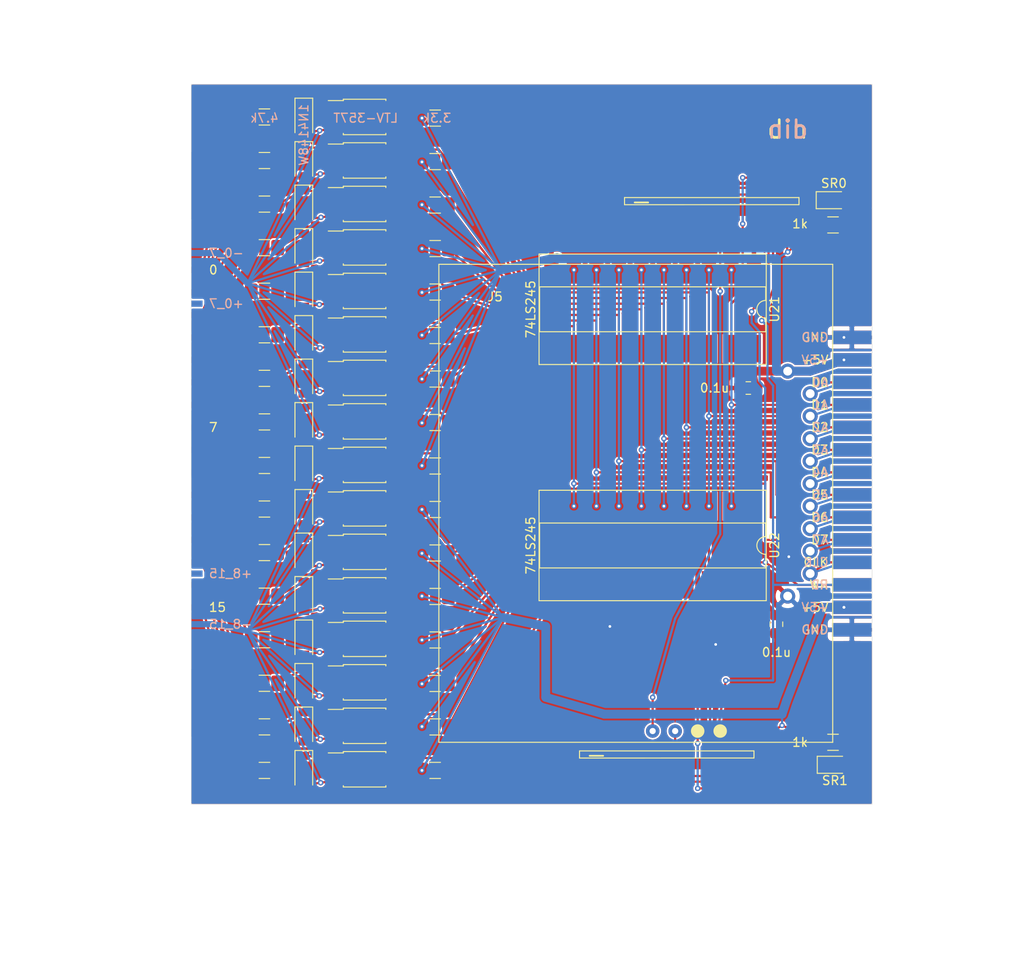
<source format=kicad_pcb>
(kicad_pcb (version 20171130) (host pcbnew 5.1.5+dfsg1-2build2)
  (layers (0 F.Cu signal) (31 B.Cu signal) (34 B.Paste user) (35 F.Paste user) (36 B.SilkS user) (37 F.SilkS user) (38 B.Mask user) (39 F.Mask user) (44 Edge.Cuts user))
  (net 0 "")
  (net 1 +5V)
  (net 2 GND)
  (net 3 IN1)
  (net 4 IN2)
  (net 5 IN3)
  (net 6 IN4)
  (net 7 IN5)
  (net 8 IN6)
  (net 9 IN7)
  (net 10 IN8)
  (net 11 IN9)
  (net 12 IN10)
  (net 13 IN11)
  (net 14 IN12)
  (net 15 IN13)
  (net 16 IN14)
  (net 17 IN15)
  (net 18 A7)
  (net 19 A6)
  (net 20 A5)
  (net 21 A4)
  (net 22 A3)
  (net 23 A2)
  (net 24 A1)
  (net 25 IN0)
  (net 26 CLK)
  (net 27 D7)
  (net 28 D6)
  (net 29 D5)
  (net 30 D4)
  (net 31 D3)
  (net 32 D2)
  (net 33 D1)
  (net 34 D0)
  (net 35 A0)
  (net 36 GND0_7)
  (net 37 GND8_15)
  (net 38 INL0)
  (net 39 INL8)
  (net 40 INL1)
  (net 41 INL9)
  (net 42 INL2)
  (net 43 INL10)
  (net 44 INL3)
  (net 45 INL11)
  (net 46 INL4)
  (net 47 INL12)
  (net 48 INL5)
  (net 49 INL13)
  (net 50 INL6)
  (net 51 INL14)
  (net 52 INL7)
  (net 53 INL15)
  (net 54 WR)
  (net 55 RD)
  (net 56 SR0)
  (net 57 SR1)
  (net 58 "Net-(D1-Pad2)")
  (net 59 "Net-(D2-Pad2)")
  (net 60 S1)
  (net 61 S0)
  (net 62 "Net-(J1-Pad19)")
  (net 63 "Net-(J1-Pad18)")
  (net 64 "Net-(J5-Pad15)")
  (net 65 "Net-(J5-Pad14)")
  (net 66 "Net-(D3-Pad1)")
  (net 67 "Net-(D4-Pad1)")
  (net 68 "Net-(D5-Pad1)")
  (net 69 "Net-(D6-Pad1)")
  (net 70 "Net-(D7-Pad1)")
  (net 71 "Net-(D8-Pad1)")
  (net 72 "Net-(D9-Pad1)")
  (net 73 "Net-(D10-Pad1)")
  (net 74 "Net-(D11-Pad1)")
  (net 75 "Net-(D12-Pad1)")
  (net 76 "Net-(D13-Pad1)")
  (net 77 "Net-(D14-Pad1)")
  (net 78 "Net-(D15-Pad1)")
  (net 79 "Net-(D16-Pad1)")
  (net 80 "Net-(D17-Pad1)")
  (net 81 "Net-(D18-Pad1)")
  (module Diode_SMD:D_SOD-123 (layer F.Cu) (at 46.99 107.95 270)
    (fp_text reference D18 hide)
    (fp_text value 1N4148W hide)
    (pad 2 smd rect (at 1.65 0 270) (size 0.9 1.2) (layers F.Cu F.Paste F.Mask) (net 37 GND8_15))
    (pad 1 smd rect (at -1.65 0 270) (size 0.9 1.2) (layers F.Cu F.Paste F.Mask) (net 81 "Net-(D18-Pad1)"))
  )
  (module Diode_SMD:D_SOD-123 (layer F.Cu) (at 46.99 103.039324 270)
    (fp_text reference D17 hide)
    (fp_text value 1N4148W hide)
    (pad 2 smd rect (at 1.65 0 270) (size 0.9 1.2) (layers F.Cu F.Paste F.Mask) (net 37 GND8_15))
    (pad 1 smd rect (at -1.65 0 270) (size 0.9 1.2) (layers F.Cu F.Paste F.Mask) (net 80 "Net-(D17-Pad1)"))
  )
  (module Diode_SMD:D_SOD-123 (layer F.Cu) (at 46.99 98.128658 270)
    (fp_text reference D16 hide)
    (fp_text value 1N4148W hide)
    (pad 2 smd rect (at 1.65 0 270) (size 0.9 1.2) (layers F.Cu F.Paste F.Mask) (net 37 GND8_15))
    (pad 1 smd rect (at -1.65 0 270) (size 0.9 1.2) (layers F.Cu F.Paste F.Mask) (net 79 "Net-(D16-Pad1)"))
  )
  (module Diode_SMD:D_SOD-123 (layer F.Cu) (at 46.99 93.217992 270)
    (fp_text reference D15 hide)
    (fp_text value 1N4148W hide)
    (pad 2 smd rect (at 1.65 0 270) (size 0.9 1.2) (layers F.Cu F.Paste F.Mask) (net 37 GND8_15))
    (pad 1 smd rect (at -1.65 0 270) (size 0.9 1.2) (layers F.Cu F.Paste F.Mask) (net 78 "Net-(D15-Pad1)"))
  )
  (module Diode_SMD:D_SOD-123 (layer F.Cu) (at 46.99 88.307326 270)
    (fp_text reference D14 hide)
    (fp_text value 1N4148W hide)
    (pad 2 smd rect (at 1.65 0 270) (size 0.9 1.2) (layers F.Cu F.Paste F.Mask) (net 37 GND8_15))
    (pad 1 smd rect (at -1.65 0 270) (size 0.9 1.2) (layers F.Cu F.Paste F.Mask) (net 77 "Net-(D14-Pad1)"))
  )
  (module Diode_SMD:D_SOD-123 (layer F.Cu) (at 46.99 83.39666 270)
    (fp_text reference D13 hide)
    (fp_text value 1N4148W hide)
    (pad 2 smd rect (at 1.65 0 270) (size 0.9 1.2) (layers F.Cu F.Paste F.Mask) (net 37 GND8_15))
    (pad 1 smd rect (at -1.65 0 270) (size 0.9 1.2) (layers F.Cu F.Paste F.Mask) (net 76 "Net-(D13-Pad1)"))
  )
  (module Diode_SMD:D_SOD-123 (layer F.Cu) (at 46.99 78.485994 270)
    (fp_text reference D12 hide)
    (fp_text value 1N4148W hide)
    (pad 2 smd rect (at 1.65 0 270) (size 0.9 1.2) (layers F.Cu F.Paste F.Mask) (net 37 GND8_15))
    (pad 1 smd rect (at -1.65 0 270) (size 0.9 1.2) (layers F.Cu F.Paste F.Mask) (net 75 "Net-(D12-Pad1)"))
  )
  (module Diode_SMD:D_SOD-123 (layer F.Cu) (at 46.99 73.575328 270)
    (fp_text reference D11 hide)
    (fp_text value 1N4148W hide)
    (pad 2 smd rect (at 1.65 0 270) (size 0.9 1.2) (layers F.Cu F.Paste F.Mask) (net 37 GND8_15))
    (pad 1 smd rect (at -1.65 0 270) (size 0.9 1.2) (layers F.Cu F.Paste F.Mask) (net 74 "Net-(D11-Pad1)"))
  )
  (module Diode_SMD:D_SOD-123 (layer F.Cu) (at 46.99 68.664662 270)
    (fp_text reference D10 hide)
    (fp_text value 1N4148W hide)
    (pad 2 smd rect (at 1.65 0 270) (size 0.9 1.2) (layers F.Cu F.Paste F.Mask) (net 36 GND0_7))
    (pad 1 smd rect (at -1.65 0 270) (size 0.9 1.2) (layers F.Cu F.Paste F.Mask) (net 73 "Net-(D10-Pad1)"))
  )
  (module Diode_SMD:D_SOD-123 (layer F.Cu) (at 46.99 63.753996 270)
    (fp_text reference D9 hide)
    (fp_text value 1N4148W hide)
    (pad 2 smd rect (at 1.65 0 270) (size 0.9 1.2) (layers F.Cu F.Paste F.Mask) (net 36 GND0_7))
    (pad 1 smd rect (at -1.65 0 270) (size 0.9 1.2) (layers F.Cu F.Paste F.Mask) (net 72 "Net-(D9-Pad1)"))
  )
  (module Diode_SMD:D_SOD-123 (layer F.Cu) (at 46.99 58.84333 270)
    (fp_text reference D8 hide)
    (fp_text value 1N4148W hide)
    (pad 2 smd rect (at 1.65 0 270) (size 0.9 1.2) (layers F.Cu F.Paste F.Mask) (net 36 GND0_7))
    (pad 1 smd rect (at -1.65 0 270) (size 0.9 1.2) (layers F.Cu F.Paste F.Mask) (net 71 "Net-(D8-Pad1)"))
  )
  (module Diode_SMD:D_SOD-123 (layer F.Cu) (at 46.99 53.932664 270)
    (fp_text reference D7 hide)
    (fp_text value 1N4148W hide)
    (pad 2 smd rect (at 1.65 0 270) (size 0.9 1.2) (layers F.Cu F.Paste F.Mask) (net 36 GND0_7))
    (pad 1 smd rect (at -1.65 0 270) (size 0.9 1.2) (layers F.Cu F.Paste F.Mask) (net 70 "Net-(D7-Pad1)"))
  )
  (module Diode_SMD:D_SOD-123 (layer F.Cu) (at 46.99 49.021998 270)
    (fp_text reference D6 hide)
    (fp_text value 1N4148W hide)
    (pad 2 smd rect (at 1.65 0 270) (size 0.9 1.2) (layers F.Cu F.Paste F.Mask) (net 36 GND0_7))
    (pad 1 smd rect (at -1.65 0 270) (size 0.9 1.2) (layers F.Cu F.Paste F.Mask) (net 69 "Net-(D6-Pad1)"))
  )
  (module Diode_SMD:D_SOD-123 (layer F.Cu) (at 46.99 44.111332 270)
    (fp_text reference D5 hide)
    (fp_text value 1N4148W hide)
    (pad 2 smd rect (at 1.65 0 270) (size 0.9 1.2) (layers F.Cu F.Paste F.Mask) (net 36 GND0_7))
    (pad 1 smd rect (at -1.65 0 270) (size 0.9 1.2) (layers F.Cu F.Paste F.Mask) (net 68 "Net-(D5-Pad1)"))
  )
  (module Diode_SMD:D_SOD-123 (layer F.Cu) (at 46.99 39.200666 270)
    (fp_text reference D4 hide)
    (fp_text value 1N4148W hide)
    (pad 2 smd rect (at 1.65 0 270) (size 0.9 1.2) (layers F.Cu F.Paste F.Mask) (net 36 GND0_7))
    (pad 1 smd rect (at -1.65 0 270) (size 0.9 1.2) (layers F.Cu F.Paste F.Mask) (net 67 "Net-(D4-Pad1)"))
  )
  (module Diode_SMD:D_SOD-123 (layer F.Cu) (at 46.99 34.29 270)
    (fp_text reference D3 hide)
    (fp_text value 1N4148W (at 1.905 0 90) (layer B.SilkS) (effects (justify mirror)))
    (pad 2 smd rect (at 1.65 0 270) (size 0.9 1.2) (layers F.Cu F.Paste F.Mask) (net 36 GND0_7))
    (pad 1 smd rect (at -1.65 0 270) (size 0.9 1.2) (layers F.Cu F.Paste F.Mask) (net 66 "Net-(D3-Pad1)"))
  )
  (module plc88:fm16_im (layer F.Cu) (at 37.465 42.545)
    (fp_text reference J1 hide)
    (fp_text value fm16_i hide)
    (fp_text user 15 (at -1.27 46.99) (layer F.SilkS) (effects (justify left)))
    (fp_text user 7 (at -1.27 26.67) (layer F.SilkS) (effects (justify left)))
    (fp_text user 0 (at -1.27 8.89) (layer F.SilkS) (effects (justify left)))
    (fp_text user -8_15 (at -1.27 48.895) (layer B.SilkS) (effects (justify right mirror)))
    (fp_text user +8_15 (at -1.27 43.18) (layer B.SilkS) (effects (justify right mirror)))
    (fp_text user -0_7 (at -1.27 6.985) (layer B.SilkS) (effects (justify right mirror)))
    (fp_text user +0_7 (at -1.27 12.7) (layer B.SilkS) (effects (justify right mirror)))
    (pad 25 smd rect (at -2.54 57.785) (size 1.27 7.62) (layers F.Cu F.Paste F.Mask) (net 2 GND))
    (pad 24 smd rect (at -2.54 -0.635) (size 1.27 7.62) (layers F.Cu F.Paste F.Mask) (net 2 GND))
    (pad 23 smd rect (at -2.54 57.785) (size 1.27 7.62) (layers B.Cu B.Paste B.Mask) (net 2 GND))
    (pad 22 smd rect (at -2.54 28.575) (size 1.27 7.62) (layers B.Cu B.Paste B.Mask) (net 2 GND))
    (pad 21 smd rect (at -2.54 -0.635) (size 1.27 7.62) (layers B.Cu B.Paste B.Mask) (net 2 GND))
    (pad 20 smd rect (at -2.54 48.895) (size 1.27 0.7) (layers B.Cu B.Paste B.Mask) (net 37 GND8_15))
    (pad 19 smd rect (at -2.54 43.18) (size 1.27 0.7) (layers B.Cu B.Paste B.Mask) (net 62 "Net-(J1-Pad19)"))
    (pad 18 smd rect (at -2.54 12.7) (size 1.27 0.7) (layers B.Cu B.Paste B.Mask) (net 63 "Net-(J1-Pad18)"))
    (pad 17 smd rect (at -2.54 6.985) (size 1.27 0.7) (layers B.Cu B.Paste B.Mask) (net 36 GND0_7))
    (pad 16 smd rect (at -2.54 46.99) (size 1.27 0.7) (layers F.Cu F.Paste F.Mask) (net 17 IN15))
    (pad 15 smd rect (at -2.54 44.45) (size 1.27 0.7) (layers F.Cu F.Paste F.Mask) (net 16 IN14))
    (pad 14 smd rect (at -2.54 41.91) (size 1.27 0.7) (layers F.Cu F.Paste F.Mask) (net 15 IN13))
    (pad 13 smd rect (at -2.54 39.37) (size 1.27 0.7) (layers F.Cu F.Paste F.Mask) (net 14 IN12))
    (pad 12 smd rect (at -2.54 36.83) (size 1.27 0.7) (layers F.Cu F.Paste F.Mask) (net 13 IN11))
    (pad 11 smd rect (at -2.54 34.29) (size 1.27 0.7) (layers F.Cu F.Paste F.Mask) (net 12 IN10))
    (pad 10 smd rect (at -2.54 31.75) (size 1.27 0.7) (layers F.Cu F.Paste F.Mask) (net 11 IN9))
    (pad 9 smd rect (at -2.54 29.21) (size 1.27 0.7) (layers F.Cu F.Paste F.Mask) (net 10 IN8))
    (pad 8 smd rect (at -2.54 26.67) (size 1.27 0.7) (layers F.Cu F.Paste F.Mask) (net 9 IN7))
    (pad 7 smd rect (at -2.54 24.13) (size 1.27 0.7) (layers F.Cu F.Paste F.Mask) (net 8 IN6))
    (pad 6 smd rect (at -2.54 21.59) (size 1.27 0.7) (layers F.Cu F.Paste F.Mask) (net 7 IN5))
    (pad 5 smd rect (at -2.54 19.05) (size 1.27 0.7) (layers F.Cu F.Paste F.Mask) (net 6 IN4))
    (pad 4 smd rect (at -2.54 16.51) (size 1.27 0.7) (layers F.Cu F.Paste F.Mask) (net 5 IN3))
    (pad 3 smd rect (at -2.54 13.97) (size 1.27 0.7) (layers F.Cu F.Paste F.Mask) (net 4 IN2))
    (pad 2 smd rect (at -2.54 11.43) (size 1.27 0.7) (layers F.Cu F.Paste F.Mask) (net 3 IN1))
    (pad 1 smd rect (at -2.54 8.89) (size 1.27 0.7) (layers F.Cu F.Paste F.Mask) (net 25 IN0))
  )
  (module plc88:wrs_i (layer F.Cu) (at 92.075 42.164)
    (fp_text reference J2 hide)
    (fp_text value wrs_i hide)
    (pad 6 smd rect (at 8.89 2.54) (size 1.27 1.27) (layers F.Cu F.Paste F.Mask) (net 1 +5V))
    (pad 5 smd rect (at 4.445 2.54) (size 1.27 1.27) (layers F.Cu F.Paste F.Mask) (net 56 SR0))
    (pad 4 smd rect (at 1.905 2.54) (size 1.27 1.27) (layers F.Cu F.Paste F.Mask) (net 61 S0))
    (pad 3 smd rect (at -0.635 2.54) (size 1.27 1.27) (layers F.Cu F.Paste F.Mask) (net 55 RD))
    (pad 2 smd rect (at -3.175 2.54) (size 1.27 1.27) (layers F.Cu F.Paste F.Mask) (net 54 WR))
    (pad 1 smd rect (at -6.985 2.54) (size 1.27 1.27) (layers F.Cu F.Paste F.Mask) (net 2 GND))
  )
  (module plc88:wrs_i (layer F.Cu) (at 86.995 104.648)
    (fp_text reference J3 hide)
    (fp_text value wrs_i hide)
    (pad 6 smd rect (at 8.89 2.54) (size 1.27 1.27) (layers F.Cu F.Paste F.Mask) (net 1 +5V))
    (pad 5 smd rect (at 4.445 2.54) (size 1.27 1.27) (layers F.Cu F.Paste F.Mask) (net 57 SR1))
    (pad 4 smd rect (at 1.905 2.54) (size 1.27 1.27) (layers F.Cu F.Paste F.Mask) (net 60 S1))
    (pad 3 smd rect (at -0.635 2.54) (size 1.27 1.27) (layers F.Cu F.Paste F.Mask) (net 55 RD))
    (pad 2 smd rect (at -3.175 2.54) (size 1.27 1.27) (layers F.Cu F.Paste F.Mask) (net 54 WR))
    (pad 1 smd rect (at -6.985 2.54) (size 1.27 1.27) (layers F.Cu F.Paste F.Mask) (net 2 GND))
  )
  (module plc88:selector4_i (layer F.Cu) (at 101.6 62.865)
    (fp_text reference J5 (at -33.02 -8.39) (layer F.SilkS))
    (fp_text value selector4_i)
    (pad 13 thru_hole circle (at -12.7 40.64) (size 1.524 1.524) (drill 0.7) (layers *.Cu *.Mask) (net 60 S1))
    (pad 12 thru_hole circle (at -15.24 40.64) (size 1.524 1.524) (drill 0.7) (layers *.Cu *.Mask) (net 61 S0))
    (pad 15 smd circle (at -7.62 40.64) (size 1.524 1.524) (layers F.SilkS) (net 64 "Net-(J5-Pad15)"))
    (pad 14 smd circle (at -10.16 40.64) (size 1.524 1.524) (layers F.SilkS) (net 65 "Net-(J5-Pad14)"))
    (pad 11 thru_hole circle (at 0 25.4) (size 1.7 1.7) (drill 1) (layers *.Cu *.Mask) (net 2 GND))
    (pad 10 thru_hole circle (at 2.54 22.86) (size 1.7 1.7) (drill 1) (layers *.Cu *.Mask) (net 26 CLK))
    (pad 9 thru_hole circle (at 2.54 20.32) (size 1.7 1.7) (drill 1) (layers *.Cu *.Mask) (net 18 A7))
    (pad 8 thru_hole circle (at 2.54 17.78) (size 1.7 1.7) (drill 1) (layers *.Cu *.Mask) (net 19 A6))
    (pad 7 thru_hole circle (at 2.54 15.24) (size 1.7 1.7) (drill 1) (layers *.Cu *.Mask) (net 20 A5))
    (pad 6 thru_hole circle (at 2.54 12.7) (size 1.7 1.7) (drill 1) (layers *.Cu *.Mask) (net 21 A4))
    (pad 5 thru_hole circle (at 2.54 10.16) (size 1.7 1.7) (drill 1) (layers *.Cu *.Mask) (net 22 A3))
    (pad 4 thru_hole circle (at 2.54 7.62) (size 1.7 1.7) (drill 1) (layers *.Cu *.Mask) (net 23 A2))
    (pad 3 thru_hole circle (at 2.54 5.08) (size 1.7 1.7) (drill 1) (layers *.Cu *.Mask) (net 24 A1))
    (pad 2 thru_hole circle (at 2.54 2.54) (size 1.7 1.7) (drill 1) (layers *.Cu *.Mask) (net 35 A0))
    (pad 1 thru_hole circle (at 0 0) (size 1.7 1.7) (drill 1) (layers *.Cu *.Mask) (net 1 +5V))
  )
  (module 1my_elements:Bus88_2x14 (layer F.Cu) (at 108.839 59.055)
    (fp_text reference J4 hide)
    (fp_text value bus_i hide)
    (fp_text user WR (at -2.54 27.94) (layer F.SilkS) (effects (justify right)))
    (fp_text user RD (at -2.54 27.94) (layer B.SilkS) (effects (justify left mirror)))
    (fp_text user GND (at -2.54 0) (layer B.SilkS) (effects (justify left mirror)))
    (fp_text user +5V (at -2.54 2.54) (layer B.SilkS) (effects (justify left mirror)))
    (fp_text user GND (at -2.54 33.02) (layer B.SilkS) (effects (justify left mirror)))
    (fp_text user +5V (at -2.54 30.48) (layer B.SilkS) (effects (justify left mirror)))
    (fp_text user CLK (at -2.54 25.4) (layer B.SilkS) (effects (justify left mirror)))
    (fp_text user A7 (at -2.54 22.86) (layer B.SilkS) (effects (justify left mirror)))
    (fp_text user A6 (at -2.54 20.32) (layer B.SilkS) (effects (justify left mirror)))
    (fp_text user A5 (at -2.54 17.78) (layer B.SilkS) (effects (justify left mirror)))
    (fp_text user A4 (at -2.54 15.24) (layer B.SilkS) (effects (justify left mirror)))
    (fp_text user A3 (at -2.54 12.7) (layer B.SilkS) (effects (justify left mirror)))
    (fp_text user A2 (at -2.54 10.16) (layer B.SilkS) (effects (justify left mirror)))
    (fp_text user A1 (at -2.54 7.62) (layer B.SilkS) (effects (justify left mirror)))
    (fp_text user A0 (at -2.54 5.08) (layer B.SilkS) (effects (justify left mirror)))
    (fp_text user D7 (at -2.54 22.86) (layer F.SilkS) (effects (justify right)))
    (fp_text user CLK (at -2.54 25.4) (layer F.SilkS) (effects (justify right)))
    (fp_text user +5V (at -2.54 30.48) (layer F.SilkS) (effects (justify right)))
    (fp_text user GND (at -2.54 33.02) (layer F.SilkS) (effects (justify right)))
    (fp_text user D6 (at -2.54 20.32) (layer F.SilkS) (effects (justify right)))
    (fp_text user D5 (at -2.54 17.78) (layer F.SilkS) (effects (justify right)))
    (fp_text user D4 (at -2.54 15.24) (layer F.SilkS) (effects (justify right)))
    (fp_text user D3 (at -2.54 12.7) (layer F.SilkS) (effects (justify right)))
    (fp_text user D2 (at -2.54 10.16) (layer F.SilkS) (effects (justify right)))
    (fp_text user D1 (at -2.54 7.62) (layer F.SilkS) (effects (justify right)))
    (fp_text user D0 (at -2.54 5.08) (layer F.SilkS) (effects (justify right)))
    (fp_text user +5V (at -2.54 2.54) (layer F.SilkS) (effects (justify right)))
    (fp_text user GND (at -2.54 0) (layer F.SilkS) (effects (justify right)))
    (pad 24 smd rect (at 0 27.94) (size 4.445 1.524) (layers F.Cu F.Paste F.Mask) (net 54 WR))
    (pad 23 smd rect (at 0 27.94) (size 4.445 1.524) (layers B.Cu B.Paste B.Mask) (net 55 RD))
    (pad 28 smd rect (at 0 33.02) (size 4.445 1.524) (layers F.Cu F.Paste F.Mask) (net 2 GND))
    (pad 26 smd rect (at 0 30.48) (size 4.445 1.524) (layers F.Cu F.Paste F.Mask) (net 1 +5V))
    (pad 22 smd rect (at 0 25.4) (size 4.445 1.524) (layers F.Cu F.Paste F.Mask) (net 26 CLK))
    (pad 20 smd rect (at 0 22.86) (size 4.445 1.524) (layers F.Cu F.Paste F.Mask) (net 27 D7))
    (pad 18 smd rect (at 0 20.32) (size 4.445 1.524) (layers F.Cu F.Paste F.Mask) (net 28 D6))
    (pad 16 smd rect (at 0 17.78) (size 4.445 1.524) (layers F.Cu F.Paste F.Mask) (net 29 D5))
    (pad 14 smd rect (at 0 15.24) (size 4.445 1.524) (layers F.Cu F.Paste F.Mask) (net 30 D4))
    (pad 12 smd rect (at 0 12.7) (size 4.445 1.524) (layers F.Cu F.Paste F.Mask) (net 31 D3))
    (pad 10 smd rect (at 0 10.16) (size 4.445 1.524) (layers F.Cu F.Paste F.Mask) (net 32 D2))
    (pad 8 smd rect (at 0 7.62) (size 4.445 1.524) (layers F.Cu F.Paste F.Mask) (net 33 D1))
    (pad 6 smd rect (at 0 5.08) (size 4.445 1.524) (layers F.Cu F.Paste F.Mask) (net 34 D0))
    (pad 4 smd rect (at 0 2.54) (size 4.445 1.524) (layers F.Cu F.Paste F.Mask) (net 1 +5V))
    (pad 2 smd rect (at 0 0) (size 4.445 1.524) (layers F.Cu F.Paste F.Mask) (net 2 GND))
    (pad 9 smd rect (at 0 10.16) (size 4.445 1.524) (layers B.Cu B.Paste B.Mask) (net 23 A2))
    (pad 27 smd rect (at 0 33.02) (size 4.445 1.524) (layers B.Cu B.Paste B.Mask) (net 2 GND))
    (pad 25 smd rect (at 0 30.48) (size 4.445 1.524) (layers B.Cu B.Paste B.Mask) (net 1 +5V))
    (pad 21 smd rect (at 0 25.4) (size 4.445 1.524) (layers B.Cu B.Paste B.Mask) (net 26 CLK))
    (pad 19 smd rect (at 0 22.86) (size 4.445 1.524) (layers B.Cu B.Paste B.Mask) (net 18 A7))
    (pad 17 smd rect (at 0 20.32) (size 4.445 1.524) (layers B.Cu B.Paste B.Mask) (net 19 A6))
    (pad 15 smd rect (at 0 17.78) (size 4.445 1.524) (layers B.Cu B.Paste B.Mask) (net 20 A5))
    (pad 13 smd rect (at 0 15.24) (size 4.445 1.524) (layers B.Cu B.Paste B.Mask) (net 21 A4))
    (pad 11 smd rect (at 0 12.7) (size 4.445 1.524) (layers B.Cu B.Paste B.Mask) (net 22 A3))
    (pad 7 smd rect (at 0 7.62) (size 4.445 1.524) (layers B.Cu B.Paste B.Mask) (net 24 A1))
    (pad 5 smd rect (at 0 5.08) (size 4.445 1.524) (layers B.Cu B.Paste B.Mask) (net 35 A0))
    (pad 3 smd rect (at 0 2.54) (size 4.445 1.524) (layers B.Cu B.Paste B.Mask) (net 1 +5V))
    (pad 1 smd rect (at 0 0) (size 4.445 1.524) (layers B.Cu B.Paste B.Mask) (net 2 GND))
  )
  (module Resistor_SMD:R_1206_3216Metric_Pad1.42x1.75mm_HandSolder (layer F.Cu) (at 42.545 34.163)
    (fp_text reference R3 hide)
    (fp_text value 4.7k (at 0 0.127) (layer B.SilkS) (effects (justify mirror)))
    (pad 2 smd roundrect (at 1.4875 0) (size 1.425 1.75) (layers F.Cu F.Paste F.Mask) (roundrect_rratio 0.175439) (net 66 "Net-(D3-Pad1)"))
    (pad 1 smd roundrect (at -1.4875 0) (size 1.425 1.75) (layers F.Cu F.Paste F.Mask) (roundrect_rratio 0.175439) (net 25 IN0))
  )
  (module Resistor_SMD:R_1206_3216Metric_Pad1.42x1.75mm_HandSolder (layer F.Cu) (at 106.7165 46.355)
    (fp_text reference R34 hide)
    (fp_text value 1k (at -3.7195 -0.127) (layer F.SilkS))
    (pad 2 smd roundrect (at 1.4875 0) (size 1.425 1.75) (layers F.Cu F.Paste F.Mask) (roundrect_rratio 0.175439) (net 59 "Net-(D2-Pad2)"))
    (pad 1 smd roundrect (at -1.4875 0) (size 1.425 1.75) (layers F.Cu F.Paste F.Mask) (roundrect_rratio 0.175439) (net 1 +5V))
  )
  (module Resistor_SMD:R_1206_3216Metric_Pad1.42x1.75mm_HandSolder (layer F.Cu) (at 106.7165 104.775)
    (fp_text reference R33 hide)
    (fp_text value 1k (at -3.7195 0) (layer F.SilkS))
    (pad 2 smd roundrect (at 1.4875 0) (size 1.425 1.75) (layers F.Cu F.Paste F.Mask) (roundrect_rratio 0.175439) (net 58 "Net-(D1-Pad2)"))
    (pad 1 smd roundrect (at -1.4875 0) (size 1.425 1.75) (layers F.Cu F.Paste F.Mask) (roundrect_rratio 0.175439) (net 1 +5V))
  )
  (module LED_SMD:LED_0805_2012Metric_Pad1.15x1.40mm_HandSolder (layer F.Cu) (at 106.68 43.561)
    (fp_text reference D2 hide)
    (fp_text value SR0 (at 0.136 -1.905) (layer F.SilkS))
    (pad 2 smd roundrect (at 1.025 0) (size 1.15 1.4) (layers F.Cu F.Paste F.Mask) (roundrect_rratio 0.217391) (net 59 "Net-(D2-Pad2)"))
    (pad 1 smd roundrect (at -1.025 0) (size 1.15 1.4) (layers F.Cu F.Paste F.Mask) (roundrect_rratio 0.217391) (net 56 SR0))
  )
  (module LED_SMD:LED_0805_2012Metric_Pad1.15x1.40mm_HandSolder (layer F.Cu) (at 106.798 107.315)
    (fp_text reference D1 hide)
    (fp_text value SR1 (at 0.127 1.778) (layer F.SilkS))
    (pad 2 smd roundrect (at 1.025 0) (size 1.15 1.4) (layers F.Cu F.Paste F.Mask) (roundrect_rratio 0.217391) (net 58 "Net-(D1-Pad2)"))
    (pad 1 smd roundrect (at -1.025 0) (size 1.15 1.4) (layers F.Cu F.Paste F.Mask) (roundrect_rratio 0.217391) (net 57 SR1))
  )
  (module Package_DIP:DIP-20_W8.89mm_SMDSocket_LongPads (layer F.Cu) (at 86.36 82.55 270)
    (fp_text reference U22 (at 0 -13.76 90) (layer F.SilkS))
    (fp_text value 74LS245 (at 0 13.76 90) (layer F.SilkS))
    (pad 20 smd rect (at 4.445 -11.43 270) (size 3.1 1.6) (layers F.Cu F.Paste F.Mask) (net 1 +5V))
    (pad 10 smd rect (at -4.445 11.43 270) (size 3.1 1.6) (layers F.Cu F.Paste F.Mask) (net 2 GND))
    (pad 19 smd rect (at 4.445 -8.89 270) (size 3.1 1.6) (layers F.Cu F.Paste F.Mask) (net 57 SR1))
    (pad 9 smd rect (at -4.445 8.89 270) (size 3.1 1.6) (layers F.Cu F.Paste F.Mask) (net 27 D7))
    (pad 18 smd rect (at 4.445 -6.35 270) (size 3.1 1.6) (layers F.Cu F.Paste F.Mask) (net 39 INL8))
    (pad 8 smd rect (at -4.445 6.35 270) (size 3.1 1.6) (layers F.Cu F.Paste F.Mask) (net 28 D6))
    (pad 17 smd rect (at 4.445 -3.81 270) (size 3.1 1.6) (layers F.Cu F.Paste F.Mask) (net 41 INL9))
    (pad 7 smd rect (at -4.445 3.81 270) (size 3.1 1.6) (layers F.Cu F.Paste F.Mask) (net 29 D5))
    (pad 16 smd rect (at 4.445 -1.27 270) (size 3.1 1.6) (layers F.Cu F.Paste F.Mask) (net 43 INL10))
    (pad 6 smd rect (at -4.445 1.27 270) (size 3.1 1.6) (layers F.Cu F.Paste F.Mask) (net 30 D4))
    (pad 15 smd rect (at 4.445 1.27 270) (size 3.1 1.6) (layers F.Cu F.Paste F.Mask) (net 45 INL11))
    (pad 5 smd rect (at -4.445 -1.27 270) (size 3.1 1.6) (layers F.Cu F.Paste F.Mask) (net 31 D3))
    (pad 14 smd rect (at 4.445 3.81 270) (size 3.1 1.6) (layers F.Cu F.Paste F.Mask) (net 47 INL12))
    (pad 4 smd rect (at -4.445 -3.81 270) (size 3.1 1.6) (layers F.Cu F.Paste F.Mask) (net 32 D2))
    (pad 13 smd rect (at 4.445 6.35 270) (size 3.1 1.6) (layers F.Cu F.Paste F.Mask) (net 49 INL13))
    (pad 3 smd rect (at -4.445 -6.35 270) (size 3.1 1.6) (layers F.Cu F.Paste F.Mask) (net 33 D1))
    (pad 12 smd rect (at 4.445 8.89 270) (size 3.1 1.6) (layers F.Cu F.Paste F.Mask) (net 51 INL14))
    (pad 2 smd rect (at -4.445 -8.89 270) (size 3.1 1.6) (layers F.Cu F.Paste F.Mask) (net 34 D0))
    (pad 11 smd rect (at 4.445 11.43 270) (size 3.1 1.6) (layers F.Cu F.Paste F.Mask) (net 53 INL15))
    (pad 1 smd rect (at -4.445 -11.43 270) (size 3.1 1.6) (layers F.Cu F.Paste F.Mask) (net 2 GND))
  )
  (module Package_DIP:DIP-20_W8.89mm_SMDSocket_LongPads (layer F.Cu) (at 86.36 55.88 270)
    (fp_text reference U21 (at 0 -13.76 90) (layer F.SilkS))
    (fp_text value 74LS245 (at 0 13.76 90) (layer F.SilkS))
    (pad 20 smd rect (at 4.445 -11.43 270) (size 3.1 1.6) (layers F.Cu F.Paste F.Mask) (net 1 +5V))
    (pad 10 smd rect (at -4.445 11.43 270) (size 3.1 1.6) (layers F.Cu F.Paste F.Mask) (net 2 GND))
    (pad 19 smd rect (at 4.445 -8.89 270) (size 3.1 1.6) (layers F.Cu F.Paste F.Mask) (net 56 SR0))
    (pad 9 smd rect (at -4.445 8.89 270) (size 3.1 1.6) (layers F.Cu F.Paste F.Mask) (net 27 D7))
    (pad 18 smd rect (at 4.445 -6.35 270) (size 3.1 1.6) (layers F.Cu F.Paste F.Mask) (net 38 INL0))
    (pad 8 smd rect (at -4.445 6.35 270) (size 3.1 1.6) (layers F.Cu F.Paste F.Mask) (net 28 D6))
    (pad 17 smd rect (at 4.445 -3.81 270) (size 3.1 1.6) (layers F.Cu F.Paste F.Mask) (net 40 INL1))
    (pad 7 smd rect (at -4.445 3.81 270) (size 3.1 1.6) (layers F.Cu F.Paste F.Mask) (net 29 D5))
    (pad 16 smd rect (at 4.445 -1.27 270) (size 3.1 1.6) (layers F.Cu F.Paste F.Mask) (net 42 INL2))
    (pad 6 smd rect (at -4.445 1.27 270) (size 3.1 1.6) (layers F.Cu F.Paste F.Mask) (net 30 D4))
    (pad 15 smd rect (at 4.445 1.27 270) (size 3.1 1.6) (layers F.Cu F.Paste F.Mask) (net 44 INL3))
    (pad 5 smd rect (at -4.445 -1.27 270) (size 3.1 1.6) (layers F.Cu F.Paste F.Mask) (net 31 D3))
    (pad 14 smd rect (at 4.445 3.81 270) (size 3.1 1.6) (layers F.Cu F.Paste F.Mask) (net 46 INL4))
    (pad 4 smd rect (at -4.445 -3.81 270) (size 3.1 1.6) (layers F.Cu F.Paste F.Mask) (net 32 D2))
    (pad 13 smd rect (at 4.445 6.35 270) (size 3.1 1.6) (layers F.Cu F.Paste F.Mask) (net 48 INL5))
    (pad 3 smd rect (at -4.445 -6.35 270) (size 3.1 1.6) (layers F.Cu F.Paste F.Mask) (net 33 D1))
    (pad 12 smd rect (at 4.445 8.89 270) (size 3.1 1.6) (layers F.Cu F.Paste F.Mask) (net 50 INL6))
    (pad 2 smd rect (at -4.445 -8.89 270) (size 3.1 1.6) (layers F.Cu F.Paste F.Mask) (net 34 D0))
    (pad 11 smd rect (at 4.445 11.43 270) (size 3.1 1.6) (layers F.Cu F.Paste F.Mask) (net 52 INL7))
    (pad 1 smd rect (at -4.445 -11.43 270) (size 3.1 1.6) (layers F.Cu F.Paste F.Mask) (net 2 GND))
  )
  (module Resistor_SMD:R_1206_3216Metric_Pad1.42x1.75mm_HandSolder (layer F.Cu) (at 42.545 107.95)
    (fp_text reference R32 hide)
    (fp_text value 4.7k hide)
    (pad 2 smd roundrect (at 1.4875 0) (size 1.425 1.75) (layers F.Cu F.Paste F.Mask) (roundrect_rratio 0.175439) (net 81 "Net-(D18-Pad1)"))
    (pad 1 smd roundrect (at -1.4875 0) (size 1.425 1.75) (layers F.Cu F.Paste F.Mask) (roundrect_rratio 0.175439) (net 17 IN15))
  )
  (module Resistor_SMD:R_1206_3216Metric_Pad1.42x1.75mm_HandSolder (layer F.Cu) (at 42.545 68.596931)
    (fp_text reference R31 hide)
    (fp_text value 4.7k hide)
    (pad 2 smd roundrect (at 1.4875 0) (size 1.425 1.75) (layers F.Cu F.Paste F.Mask) (roundrect_rratio 0.175439) (net 73 "Net-(D10-Pad1)"))
    (pad 1 smd roundrect (at -1.4875 0) (size 1.425 1.75) (layers F.Cu F.Paste F.Mask) (roundrect_rratio 0.175439) (net 9 IN7))
  )
  (module Resistor_SMD:R_1206_3216Metric_Pad1.42x1.75mm_HandSolder (layer F.Cu) (at 61.8125 107.95 180)
    (fp_text reference R30 hide)
    (fp_text value 3.3k hide)
    (pad 2 smd roundrect (at 1.4875 0 180) (size 1.425 1.75) (layers F.Cu F.Paste F.Mask) (roundrect_rratio 0.175439) (net 1 +5V))
    (pad 1 smd roundrect (at -1.4875 0 180) (size 1.425 1.75) (layers F.Cu F.Paste F.Mask) (roundrect_rratio 0.175439) (net 53 INL15))
  )
  (module Resistor_SMD:R_1206_3216Metric_Pad1.42x1.75mm_HandSolder (layer F.Cu) (at 61.8125 68.664662 180)
    (fp_text reference R29 hide)
    (fp_text value 3.3k hide)
    (pad 2 smd roundrect (at 1.4875 0 180) (size 1.425 1.75) (layers F.Cu F.Paste F.Mask) (roundrect_rratio 0.175439) (net 1 +5V))
    (pad 1 smd roundrect (at -1.4875 0 180) (size 1.425 1.75) (layers F.Cu F.Paste F.Mask) (roundrect_rratio 0.175439) (net 52 INL7))
  )
  (module Resistor_SMD:R_1206_3216Metric_Pad1.42x1.75mm_HandSolder (layer F.Cu) (at 42.545 103.030862)
    (fp_text reference R28 hide)
    (fp_text value 4.7k hide)
    (pad 2 smd roundrect (at 1.4875 0) (size 1.425 1.75) (layers F.Cu F.Paste F.Mask) (roundrect_rratio 0.175439) (net 80 "Net-(D17-Pad1)"))
    (pad 1 smd roundrect (at -1.4875 0) (size 1.425 1.75) (layers F.Cu F.Paste F.Mask) (roundrect_rratio 0.175439) (net 16 IN14))
  )
  (module Resistor_SMD:R_1206_3216Metric_Pad1.42x1.75mm_HandSolder (layer F.Cu) (at 42.545 63.677798)
    (fp_text reference R27 hide)
    (fp_text value 4.7k hide)
    (pad 2 smd roundrect (at 1.4875 0) (size 1.425 1.75) (layers F.Cu F.Paste F.Mask) (roundrect_rratio 0.175439) (net 72 "Net-(D9-Pad1)"))
    (pad 1 smd roundrect (at -1.4875 0) (size 1.425 1.75) (layers F.Cu F.Paste F.Mask) (roundrect_rratio 0.175439) (net 8 IN6))
  )
  (module Resistor_SMD:R_1206_3216Metric_Pad1.42x1.75mm_HandSolder (layer F.Cu) (at 61.8125 103.039324 180)
    (fp_text reference R26 hide)
    (fp_text value 3.3k hide)
    (pad 2 smd roundrect (at 1.4875 0 180) (size 1.425 1.75) (layers F.Cu F.Paste F.Mask) (roundrect_rratio 0.175439) (net 1 +5V))
    (pad 1 smd roundrect (at -1.4875 0 180) (size 1.425 1.75) (layers F.Cu F.Paste F.Mask) (roundrect_rratio 0.175439) (net 51 INL14))
  )
  (module Resistor_SMD:R_1206_3216Metric_Pad1.42x1.75mm_HandSolder (layer F.Cu) (at 61.8125 63.753996 180)
    (fp_text reference R25 hide)
    (fp_text value 3.3k hide)
    (pad 2 smd roundrect (at 1.4875 0 180) (size 1.425 1.75) (layers F.Cu F.Paste F.Mask) (roundrect_rratio 0.175439) (net 1 +5V))
    (pad 1 smd roundrect (at -1.4875 0 180) (size 1.425 1.75) (layers F.Cu F.Paste F.Mask) (roundrect_rratio 0.175439) (net 50 INL6))
  )
  (module Resistor_SMD:R_1206_3216Metric_Pad1.42x1.75mm_HandSolder (layer F.Cu) (at 42.545 98.111729)
    (fp_text reference R24 hide)
    (fp_text value 4.7k hide)
    (pad 2 smd roundrect (at 1.4875 0) (size 1.425 1.75) (layers F.Cu F.Paste F.Mask) (roundrect_rratio 0.175439) (net 79 "Net-(D16-Pad1)"))
    (pad 1 smd roundrect (at -1.4875 0) (size 1.425 1.75) (layers F.Cu F.Paste F.Mask) (roundrect_rratio 0.175439) (net 15 IN13))
  )
  (module Resistor_SMD:R_1206_3216Metric_Pad1.42x1.75mm_HandSolder (layer F.Cu) (at 42.545 58.758665)
    (fp_text reference R23 hide)
    (fp_text value 4.7k hide)
    (pad 2 smd roundrect (at 1.4875 0) (size 1.425 1.75) (layers F.Cu F.Paste F.Mask) (roundrect_rratio 0.175439) (net 71 "Net-(D8-Pad1)"))
    (pad 1 smd roundrect (at -1.4875 0) (size 1.425 1.75) (layers F.Cu F.Paste F.Mask) (roundrect_rratio 0.175439) (net 7 IN5))
  )
  (module Resistor_SMD:R_1206_3216Metric_Pad1.42x1.75mm_HandSolder (layer F.Cu) (at 61.8125 98.128658 180)
    (fp_text reference R22 hide)
    (fp_text value 3.3k hide)
    (pad 2 smd roundrect (at 1.4875 0 180) (size 1.425 1.75) (layers F.Cu F.Paste F.Mask) (roundrect_rratio 0.175439) (net 1 +5V))
    (pad 1 smd roundrect (at -1.4875 0 180) (size 1.425 1.75) (layers F.Cu F.Paste F.Mask) (roundrect_rratio 0.175439) (net 49 INL13))
  )
  (module Resistor_SMD:R_1206_3216Metric_Pad1.42x1.75mm_HandSolder (layer F.Cu) (at 61.8125 58.84333 180)
    (fp_text reference R21 hide)
    (fp_text value 3.3k hide)
    (pad 2 smd roundrect (at 1.4875 0 180) (size 1.425 1.75) (layers F.Cu F.Paste F.Mask) (roundrect_rratio 0.175439) (net 1 +5V))
    (pad 1 smd roundrect (at -1.4875 0 180) (size 1.425 1.75) (layers F.Cu F.Paste F.Mask) (roundrect_rratio 0.175439) (net 48 INL5))
  )
  (module Resistor_SMD:R_1206_3216Metric_Pad1.42x1.75mm_HandSolder (layer F.Cu) (at 42.545 93.192596)
    (fp_text reference R20 hide)
    (fp_text value 4.7k hide)
    (pad 2 smd roundrect (at 1.4875 0) (size 1.425 1.75) (layers F.Cu F.Paste F.Mask) (roundrect_rratio 0.175439) (net 78 "Net-(D15-Pad1)"))
    (pad 1 smd roundrect (at -1.4875 0) (size 1.425 1.75) (layers F.Cu F.Paste F.Mask) (roundrect_rratio 0.175439) (net 14 IN12))
  )
  (module Resistor_SMD:R_1206_3216Metric_Pad1.42x1.75mm_HandSolder (layer F.Cu) (at 42.545 53.839532)
    (fp_text reference R19 hide)
    (fp_text value 4.7k hide)
    (pad 2 smd roundrect (at 1.4875 0) (size 1.425 1.75) (layers F.Cu F.Paste F.Mask) (roundrect_rratio 0.175439) (net 70 "Net-(D7-Pad1)"))
    (pad 1 smd roundrect (at -1.4875 0) (size 1.425 1.75) (layers F.Cu F.Paste F.Mask) (roundrect_rratio 0.175439) (net 6 IN4))
  )
  (module Resistor_SMD:R_1206_3216Metric_Pad1.42x1.75mm_HandSolder (layer F.Cu) (at 61.8125 93.217992 180)
    (fp_text reference R18 hide)
    (fp_text value 3.3k hide)
    (pad 2 smd roundrect (at 1.4875 0 180) (size 1.425 1.75) (layers F.Cu F.Paste F.Mask) (roundrect_rratio 0.175439) (net 1 +5V))
    (pad 1 smd roundrect (at -1.4875 0 180) (size 1.425 1.75) (layers F.Cu F.Paste F.Mask) (roundrect_rratio 0.175439) (net 47 INL12))
  )
  (module Resistor_SMD:R_1206_3216Metric_Pad1.42x1.75mm_HandSolder (layer F.Cu) (at 61.8125 53.932664 180)
    (fp_text reference R17 hide)
    (fp_text value 3.3k hide)
    (pad 2 smd roundrect (at 1.4875 0 180) (size 1.425 1.75) (layers F.Cu F.Paste F.Mask) (roundrect_rratio 0.175439) (net 1 +5V))
    (pad 1 smd roundrect (at -1.4875 0 180) (size 1.425 1.75) (layers F.Cu F.Paste F.Mask) (roundrect_rratio 0.175439) (net 46 INL4))
  )
  (module Resistor_SMD:R_1206_3216Metric_Pad1.42x1.75mm_HandSolder (layer F.Cu) (at 42.545 88.273463)
    (fp_text reference R16 hide)
    (fp_text value 4.7k hide)
    (pad 2 smd roundrect (at 1.4875 0) (size 1.425 1.75) (layers F.Cu F.Paste F.Mask) (roundrect_rratio 0.175439) (net 77 "Net-(D14-Pad1)"))
    (pad 1 smd roundrect (at -1.4875 0) (size 1.425 1.75) (layers F.Cu F.Paste F.Mask) (roundrect_rratio 0.175439) (net 13 IN11))
  )
  (module Resistor_SMD:R_1206_3216Metric_Pad1.42x1.75mm_HandSolder (layer F.Cu) (at 42.545 48.920399)
    (fp_text reference R15 hide)
    (fp_text value 4.7k hide)
    (pad 2 smd roundrect (at 1.4875 0) (size 1.425 1.75) (layers F.Cu F.Paste F.Mask) (roundrect_rratio 0.175439) (net 69 "Net-(D6-Pad1)"))
    (pad 1 smd roundrect (at -1.4875 0) (size 1.425 1.75) (layers F.Cu F.Paste F.Mask) (roundrect_rratio 0.175439) (net 5 IN3))
  )
  (module Resistor_SMD:R_1206_3216Metric_Pad1.42x1.75mm_HandSolder (layer F.Cu) (at 61.8125 88.307326 180)
    (fp_text reference R14 hide)
    (fp_text value 3.3k hide)
    (pad 2 smd roundrect (at 1.4875 0 180) (size 1.425 1.75) (layers F.Cu F.Paste F.Mask) (roundrect_rratio 0.175439) (net 1 +5V))
    (pad 1 smd roundrect (at -1.4875 0 180) (size 1.425 1.75) (layers F.Cu F.Paste F.Mask) (roundrect_rratio 0.175439) (net 45 INL11))
  )
  (module Resistor_SMD:R_1206_3216Metric_Pad1.42x1.75mm_HandSolder (layer F.Cu) (at 61.8125 49.021998 180)
    (fp_text reference R13 hide)
    (fp_text value 3.3k hide)
    (pad 2 smd roundrect (at 1.4875 0 180) (size 1.425 1.75) (layers F.Cu F.Paste F.Mask) (roundrect_rratio 0.175439) (net 1 +5V))
    (pad 1 smd roundrect (at -1.4875 0 180) (size 1.425 1.75) (layers F.Cu F.Paste F.Mask) (roundrect_rratio 0.175439) (net 44 INL3))
  )
  (module Resistor_SMD:R_1206_3216Metric_Pad1.42x1.75mm_HandSolder (layer F.Cu) (at 42.545 83.35433)
    (fp_text reference R12 hide)
    (fp_text value 4.7k hide)
    (pad 2 smd roundrect (at 1.4875 0) (size 1.425 1.75) (layers F.Cu F.Paste F.Mask) (roundrect_rratio 0.175439) (net 76 "Net-(D13-Pad1)"))
    (pad 1 smd roundrect (at -1.4875 0) (size 1.425 1.75) (layers F.Cu F.Paste F.Mask) (roundrect_rratio 0.175439) (net 12 IN10))
  )
  (module Resistor_SMD:R_1206_3216Metric_Pad1.42x1.75mm_HandSolder (layer F.Cu) (at 42.545 44.001266)
    (fp_text reference R11 hide)
    (fp_text value 4.7k hide)
    (pad 2 smd roundrect (at 1.4875 0) (size 1.425 1.75) (layers F.Cu F.Paste F.Mask) (roundrect_rratio 0.175439) (net 68 "Net-(D5-Pad1)"))
    (pad 1 smd roundrect (at -1.4875 0) (size 1.425 1.75) (layers F.Cu F.Paste F.Mask) (roundrect_rratio 0.175439) (net 4 IN2))
  )
  (module Resistor_SMD:R_1206_3216Metric_Pad1.42x1.75mm_HandSolder (layer F.Cu) (at 61.8125 83.39666 180)
    (fp_text reference R10 hide)
    (fp_text value 3.3k hide)
    (pad 2 smd roundrect (at 1.4875 0 180) (size 1.425 1.75) (layers F.Cu F.Paste F.Mask) (roundrect_rratio 0.175439) (net 1 +5V))
    (pad 1 smd roundrect (at -1.4875 0 180) (size 1.425 1.75) (layers F.Cu F.Paste F.Mask) (roundrect_rratio 0.175439) (net 43 INL10))
  )
  (module Resistor_SMD:R_1206_3216Metric_Pad1.42x1.75mm_HandSolder (layer F.Cu) (at 61.8125 44.111332 180)
    (fp_text reference R9 hide)
    (fp_text value 3.3k hide)
    (pad 2 smd roundrect (at 1.4875 0 180) (size 1.425 1.75) (layers F.Cu F.Paste F.Mask) (roundrect_rratio 0.175439) (net 1 +5V))
    (pad 1 smd roundrect (at -1.4875 0 180) (size 1.425 1.75) (layers F.Cu F.Paste F.Mask) (roundrect_rratio 0.175439) (net 42 INL2))
  )
  (module Resistor_SMD:R_1206_3216Metric_Pad1.42x1.75mm_HandSolder (layer F.Cu) (at 42.545 78.435197)
    (fp_text reference R8 hide)
    (fp_text value 4.7k hide)
    (pad 2 smd roundrect (at 1.4875 0) (size 1.425 1.75) (layers F.Cu F.Paste F.Mask) (roundrect_rratio 0.175439) (net 75 "Net-(D12-Pad1)"))
    (pad 1 smd roundrect (at -1.4875 0) (size 1.425 1.75) (layers F.Cu F.Paste F.Mask) (roundrect_rratio 0.175439) (net 11 IN9))
  )
  (module Resistor_SMD:R_1206_3216Metric_Pad1.42x1.75mm_HandSolder (layer F.Cu) (at 42.545 39.082133)
    (fp_text reference R7 hide)
    (fp_text value 4.7k hide)
    (pad 2 smd roundrect (at 1.4875 0) (size 1.425 1.75) (layers F.Cu F.Paste F.Mask) (roundrect_rratio 0.175439) (net 67 "Net-(D4-Pad1)"))
    (pad 1 smd roundrect (at -1.4875 0) (size 1.425 1.75) (layers F.Cu F.Paste F.Mask) (roundrect_rratio 0.175439) (net 3 IN1))
  )
  (module Resistor_SMD:R_1206_3216Metric_Pad1.42x1.75mm_HandSolder (layer F.Cu) (at 61.8125 78.485994 180)
    (fp_text reference R6 hide)
    (fp_text value 3.3k hide)
    (pad 2 smd roundrect (at 1.4875 0 180) (size 1.425 1.75) (layers F.Cu F.Paste F.Mask) (roundrect_rratio 0.175439) (net 1 +5V))
    (pad 1 smd roundrect (at -1.4875 0 180) (size 1.425 1.75) (layers F.Cu F.Paste F.Mask) (roundrect_rratio 0.175439) (net 41 INL9))
  )
  (module Resistor_SMD:R_1206_3216Metric_Pad1.42x1.75mm_HandSolder (layer F.Cu) (at 61.8125 39.200666 180)
    (fp_text reference R5 hide)
    (fp_text value 3.3k hide)
    (pad 2 smd roundrect (at 1.4875 0 180) (size 1.425 1.75) (layers F.Cu F.Paste F.Mask) (roundrect_rratio 0.175439) (net 1 +5V))
    (pad 1 smd roundrect (at -1.4875 0 180) (size 1.425 1.75) (layers F.Cu F.Paste F.Mask) (roundrect_rratio 0.175439) (net 40 INL1))
  )
  (module Resistor_SMD:R_1206_3216Metric_Pad1.42x1.75mm_HandSolder (layer F.Cu) (at 42.545 73.516064)
    (fp_text reference R4 hide)
    (fp_text value 4.7k hide)
    (pad 2 smd roundrect (at 1.4875 0) (size 1.425 1.75) (layers F.Cu F.Paste F.Mask) (roundrect_rratio 0.175439) (net 74 "Net-(D11-Pad1)"))
    (pad 1 smd roundrect (at -1.4875 0) (size 1.425 1.75) (layers F.Cu F.Paste F.Mask) (roundrect_rratio 0.175439) (net 10 IN8))
  )
  (module Resistor_SMD:R_1206_3216Metric_Pad1.42x1.75mm_HandSolder (layer F.Cu) (at 61.8125 73.575328 180)
    (fp_text reference R2 hide)
    (fp_text value 3.3k hide)
    (pad 2 smd roundrect (at 1.4875 0 180) (size 1.425 1.75) (layers F.Cu F.Paste F.Mask) (roundrect_rratio 0.175439) (net 1 +5V))
    (pad 1 smd roundrect (at -1.4875 0 180) (size 1.425 1.75) (layers F.Cu F.Paste F.Mask) (roundrect_rratio 0.175439) (net 39 INL8))
  )
  (module Resistor_SMD:R_1206_3216Metric_Pad1.42x1.75mm_HandSolder (layer F.Cu) (at 61.8125 34.29 180)
    (fp_text reference R1 hide)
    (fp_text value 3.3k (at -0.2175 0) (layer B.SilkS) (effects (justify mirror)))
    (pad 2 smd roundrect (at 1.4875 0 180) (size 1.425 1.75) (layers F.Cu F.Paste F.Mask) (roundrect_rratio 0.175439) (net 1 +5V))
    (pad 1 smd roundrect (at -1.4875 0 180) (size 1.425 1.75) (layers F.Cu F.Paste F.Mask) (roundrect_rratio 0.175439) (net 38 INL0))
  )
  (module Package_SO:SO-4_4.4x3.6mm_P2.54mm (layer F.Cu) (at 53.848 34.163)
    (fp_text reference U1 hide)
    (fp_text value LTV-357T (at 0.127 0.127) (layer B.SilkS) (effects (justify mirror)))
    (pad 4 smd rect (at 3.15 -1.27) (size 2 0.64) (layers F.Cu F.Paste F.Mask) (net 38 INL0))
    (pad 3 smd rect (at 3.15 1.27) (size 2 0.64) (layers F.Cu F.Paste F.Mask) (net 2 GND))
    (pad 2 smd rect (at -3.15 1.27) (size 2 0.64) (layers F.Cu F.Paste F.Mask) (net 36 GND0_7))
    (pad 1 smd rect (at -3.15 -1.27) (size 2 0.64) (layers F.Cu F.Paste F.Mask) (net 66 "Net-(D3-Pad1)"))
  )
  (module Package_SO:SO-4_4.4x3.6mm_P2.54mm (layer F.Cu) (at 53.848 107.823)
    (fp_text reference U18 hide)
    (fp_text value LTV-357T hide)
    (pad 4 smd rect (at 3.15 -1.27) (size 2 0.64) (layers F.Cu F.Paste F.Mask) (net 53 INL15))
    (pad 3 smd rect (at 3.15 1.27) (size 2 0.64) (layers F.Cu F.Paste F.Mask) (net 2 GND))
    (pad 2 smd rect (at -3.15 1.27) (size 2 0.64) (layers F.Cu F.Paste F.Mask) (net 37 GND8_15))
    (pad 1 smd rect (at -3.15 -1.27) (size 2 0.64) (layers F.Cu F.Paste F.Mask) (net 81 "Net-(D18-Pad1)"))
  )
  (module Package_SO:SO-4_4.4x3.6mm_P2.54mm (layer F.Cu) (at 53.848 102.912324)
    (fp_text reference U16 hide)
    (fp_text value LTV-357T hide)
    (pad 4 smd rect (at 3.15 -1.27) (size 2 0.64) (layers F.Cu F.Paste F.Mask) (net 51 INL14))
    (pad 3 smd rect (at 3.15 1.27) (size 2 0.64) (layers F.Cu F.Paste F.Mask) (net 2 GND))
    (pad 2 smd rect (at -3.15 1.27) (size 2 0.64) (layers F.Cu F.Paste F.Mask) (net 37 GND8_15))
    (pad 1 smd rect (at -3.15 -1.27) (size 2 0.64) (layers F.Cu F.Paste F.Mask) (net 80 "Net-(D17-Pad1)"))
  )
  (module Package_SO:SO-4_4.4x3.6mm_P2.54mm (layer F.Cu) (at 53.848 98.001658)
    (fp_text reference U13 hide)
    (fp_text value LTV-357T hide)
    (pad 4 smd rect (at 3.15 -1.27) (size 2 0.64) (layers F.Cu F.Paste F.Mask) (net 49 INL13))
    (pad 3 smd rect (at 3.15 1.27) (size 2 0.64) (layers F.Cu F.Paste F.Mask) (net 2 GND))
    (pad 2 smd rect (at -3.15 1.27) (size 2 0.64) (layers F.Cu F.Paste F.Mask) (net 37 GND8_15))
    (pad 1 smd rect (at -3.15 -1.27) (size 2 0.64) (layers F.Cu F.Paste F.Mask) (net 79 "Net-(D16-Pad1)"))
  )
  (module Package_SO:SO-4_4.4x3.6mm_P2.54mm (layer F.Cu) (at 53.848 93.090992)
    (fp_text reference U11 hide)
    (fp_text value LTV-357T hide)
    (pad 4 smd rect (at 3.15 -1.27) (size 2 0.64) (layers F.Cu F.Paste F.Mask) (net 47 INL12))
    (pad 3 smd rect (at 3.15 1.27) (size 2 0.64) (layers F.Cu F.Paste F.Mask) (net 2 GND))
    (pad 2 smd rect (at -3.15 1.27) (size 2 0.64) (layers F.Cu F.Paste F.Mask) (net 37 GND8_15))
    (pad 1 smd rect (at -3.15 -1.27) (size 2 0.64) (layers F.Cu F.Paste F.Mask) (net 78 "Net-(D15-Pad1)"))
  )
  (module Package_SO:SO-4_4.4x3.6mm_P2.54mm (layer F.Cu) (at 53.848 88.180326)
    (fp_text reference U9 hide)
    (fp_text value LTV-357T hide)
    (pad 4 smd rect (at 3.15 -1.27) (size 2 0.64) (layers F.Cu F.Paste F.Mask) (net 45 INL11))
    (pad 3 smd rect (at 3.15 1.27) (size 2 0.64) (layers F.Cu F.Paste F.Mask) (net 2 GND))
    (pad 2 smd rect (at -3.15 1.27) (size 2 0.64) (layers F.Cu F.Paste F.Mask) (net 37 GND8_15))
    (pad 1 smd rect (at -3.15 -1.27) (size 2 0.64) (layers F.Cu F.Paste F.Mask) (net 77 "Net-(D14-Pad1)"))
  )
  (module Package_SO:SO-4_4.4x3.6mm_P2.54mm (layer F.Cu) (at 53.848 83.26966)
    (fp_text reference U7 hide)
    (fp_text value LTV-357T hide)
    (pad 4 smd rect (at 3.15 -1.27) (size 2 0.64) (layers F.Cu F.Paste F.Mask) (net 43 INL10))
    (pad 3 smd rect (at 3.15 1.27) (size 2 0.64) (layers F.Cu F.Paste F.Mask) (net 2 GND))
    (pad 2 smd rect (at -3.15 1.27) (size 2 0.64) (layers F.Cu F.Paste F.Mask) (net 37 GND8_15))
    (pad 1 smd rect (at -3.15 -1.27) (size 2 0.64) (layers F.Cu F.Paste F.Mask) (net 76 "Net-(D13-Pad1)"))
  )
  (module Package_SO:SO-4_4.4x3.6mm_P2.54mm (layer F.Cu) (at 53.848 78.358994)
    (fp_text reference U4 hide)
    (fp_text value LTV-357T hide)
    (pad 4 smd rect (at 3.15 -1.27) (size 2 0.64) (layers F.Cu F.Paste F.Mask) (net 41 INL9))
    (pad 3 smd rect (at 3.15 1.27) (size 2 0.64) (layers F.Cu F.Paste F.Mask) (net 2 GND))
    (pad 2 smd rect (at -3.15 1.27) (size 2 0.64) (layers F.Cu F.Paste F.Mask) (net 37 GND8_15))
    (pad 1 smd rect (at -3.15 -1.27) (size 2 0.64) (layers F.Cu F.Paste F.Mask) (net 75 "Net-(D12-Pad1)"))
  )
  (module Package_SO:SO-4_4.4x3.6mm_P2.54mm (layer F.Cu) (at 53.848 73.448328)
    (fp_text reference U2 hide)
    (fp_text value LTV-357T hide)
    (pad 4 smd rect (at 3.15 -1.27) (size 2 0.64) (layers F.Cu F.Paste F.Mask) (net 39 INL8))
    (pad 3 smd rect (at 3.15 1.27) (size 2 0.64) (layers F.Cu F.Paste F.Mask) (net 2 GND))
    (pad 2 smd rect (at -3.15 1.27) (size 2 0.64) (layers F.Cu F.Paste F.Mask) (net 37 GND8_15))
    (pad 1 smd rect (at -3.15 -1.27) (size 2 0.64) (layers F.Cu F.Paste F.Mask) (net 74 "Net-(D11-Pad1)"))
  )
  (module Package_SO:SO-4_4.4x3.6mm_P2.54mm (layer F.Cu) (at 53.848 68.537662)
    (fp_text reference U17 hide)
    (fp_text value LTV-357T hide)
    (pad 4 smd rect (at 3.15 -1.27) (size 2 0.64) (layers F.Cu F.Paste F.Mask) (net 52 INL7))
    (pad 3 smd rect (at 3.15 1.27) (size 2 0.64) (layers F.Cu F.Paste F.Mask) (net 2 GND))
    (pad 2 smd rect (at -3.15 1.27) (size 2 0.64) (layers F.Cu F.Paste F.Mask) (net 36 GND0_7))
    (pad 1 smd rect (at -3.15 -1.27) (size 2 0.64) (layers F.Cu F.Paste F.Mask) (net 73 "Net-(D10-Pad1)"))
  )
  (module Package_SO:SO-4_4.4x3.6mm_P2.54mm (layer F.Cu) (at 53.848 63.626996)
    (fp_text reference U15 hide)
    (fp_text value LTV-357T hide)
    (pad 4 smd rect (at 3.15 -1.27) (size 2 0.64) (layers F.Cu F.Paste F.Mask) (net 50 INL6))
    (pad 3 smd rect (at 3.15 1.27) (size 2 0.64) (layers F.Cu F.Paste F.Mask) (net 2 GND))
    (pad 2 smd rect (at -3.15 1.27) (size 2 0.64) (layers F.Cu F.Paste F.Mask) (net 36 GND0_7))
    (pad 1 smd rect (at -3.15 -1.27) (size 2 0.64) (layers F.Cu F.Paste F.Mask) (net 72 "Net-(D9-Pad1)"))
  )
  (module Package_SO:SO-4_4.4x3.6mm_P2.54mm (layer F.Cu) (at 53.848 58.71633)
    (fp_text reference U12 hide)
    (fp_text value LTV-357T hide)
    (pad 4 smd rect (at 3.15 -1.27) (size 2 0.64) (layers F.Cu F.Paste F.Mask) (net 48 INL5))
    (pad 3 smd rect (at 3.15 1.27) (size 2 0.64) (layers F.Cu F.Paste F.Mask) (net 2 GND))
    (pad 2 smd rect (at -3.15 1.27) (size 2 0.64) (layers F.Cu F.Paste F.Mask) (net 36 GND0_7))
    (pad 1 smd rect (at -3.15 -1.27) (size 2 0.64) (layers F.Cu F.Paste F.Mask) (net 71 "Net-(D8-Pad1)"))
  )
  (module Package_SO:SO-4_4.4x3.6mm_P2.54mm (layer F.Cu) (at 53.848 53.805664)
    (fp_text reference U10 hide)
    (fp_text value LTV-357T hide)
    (pad 4 smd rect (at 3.15 -1.27) (size 2 0.64) (layers F.Cu F.Paste F.Mask) (net 46 INL4))
    (pad 3 smd rect (at 3.15 1.27) (size 2 0.64) (layers F.Cu F.Paste F.Mask) (net 2 GND))
    (pad 2 smd rect (at -3.15 1.27) (size 2 0.64) (layers F.Cu F.Paste F.Mask) (net 36 GND0_7))
    (pad 1 smd rect (at -3.15 -1.27) (size 2 0.64) (layers F.Cu F.Paste F.Mask) (net 70 "Net-(D7-Pad1)"))
  )
  (module Package_SO:SO-4_4.4x3.6mm_P2.54mm (layer F.Cu) (at 53.848 48.894998)
    (fp_text reference U8 hide)
    (fp_text value LTV-357T hide)
    (pad 4 smd rect (at 3.15 -1.27) (size 2 0.64) (layers F.Cu F.Paste F.Mask) (net 44 INL3))
    (pad 3 smd rect (at 3.15 1.27) (size 2 0.64) (layers F.Cu F.Paste F.Mask) (net 2 GND))
    (pad 2 smd rect (at -3.15 1.27) (size 2 0.64) (layers F.Cu F.Paste F.Mask) (net 36 GND0_7))
    (pad 1 smd rect (at -3.15 -1.27) (size 2 0.64) (layers F.Cu F.Paste F.Mask) (net 69 "Net-(D6-Pad1)"))
  )
  (module Package_SO:SO-4_4.4x3.6mm_P2.54mm (layer F.Cu) (at 53.848 43.984332)
    (fp_text reference U6 hide)
    (fp_text value LTV-357T hide)
    (pad 4 smd rect (at 3.15 -1.27) (size 2 0.64) (layers F.Cu F.Paste F.Mask) (net 42 INL2))
    (pad 3 smd rect (at 3.15 1.27) (size 2 0.64) (layers F.Cu F.Paste F.Mask) (net 2 GND))
    (pad 2 smd rect (at -3.15 1.27) (size 2 0.64) (layers F.Cu F.Paste F.Mask) (net 36 GND0_7))
    (pad 1 smd rect (at -3.15 -1.27) (size 2 0.64) (layers F.Cu F.Paste F.Mask) (net 68 "Net-(D5-Pad1)"))
  )
  (module Package_SO:SO-4_4.4x3.6mm_P2.54mm (layer F.Cu) (at 53.848 39.073666)
    (fp_text reference U3 hide)
    (fp_text value LTV-357T hide)
    (pad 4 smd rect (at 3.15 -1.27) (size 2 0.64) (layers F.Cu F.Paste F.Mask) (net 40 INL1))
    (pad 3 smd rect (at 3.15 1.27) (size 2 0.64) (layers F.Cu F.Paste F.Mask) (net 2 GND))
    (pad 2 smd rect (at -3.15 1.27) (size 2 0.64) (layers F.Cu F.Paste F.Mask) (net 36 GND0_7))
    (pad 1 smd rect (at -3.15 -1.27) (size 2 0.64) (layers F.Cu F.Paste F.Mask) (net 67 "Net-(D4-Pad1)"))
  )
  (module Capacitor_SMD:C_0805_2012Metric_Pad1.15x1.40mm_HandSolder (layer F.Cu) (at 100.33 91.44 90)
    (fp_text reference C2 hide)
    (fp_text value 0.1u (at -3.175 0 180) (layer F.SilkS))
    (pad 2 smd roundrect (at 1.025 0 90) (size 1.15 1.4) (layers F.Cu F.Paste F.Mask) (roundrect_rratio 0.217391) (net 1 +5V))
    (pad 1 smd roundrect (at -1.025 0 90) (size 1.15 1.4) (layers F.Cu F.Paste F.Mask) (roundrect_rratio 0.217391) (net 2 GND))
  )
  (module Capacitor_SMD:C_0805_2012Metric_Pad1.15x1.40mm_HandSolder (layer F.Cu) (at 97.155 64.77)
    (fp_text reference C1 hide)
    (fp_text value 0.1u (at -3.81 0) (layer F.SilkS))
    (pad 2 smd roundrect (at 1.025 0) (size 1.15 1.4) (layers F.Cu F.Paste F.Mask) (roundrect_rratio 0.217391) (net 1 +5V))
    (pad 1 smd roundrect (at -1.025 0) (size 1.15 1.4) (layers F.Cu F.Paste F.Mask) (roundrect_rratio 0.217391) (net 2 GND))
  )
  (gr_text din (at 101.6 35.56) (layer F.SilkS) (effects (font (size 2 2) (thickness 0.3))))
  (gr_text din (at 101.6 35.56) (layer B.SilkS) (effects (font (size 2 2) (thickness 0.3)) (justify mirror)))
  (gr_line (start 100.33 111.76) (end 111.125 111.76) (layer Edge.Cuts) (width 0.05))
  (gr_line (start 111.125 30.48) (end 100.33 30.48) (layer Edge.Cuts) (width 0.05))
  (gr_line (start 111.125 44.45) (end 111.125 30.48) (layer Edge.Cuts) (width 0.05))
  (gr_line (start 34.29 111.76) (end 34.29 30.48) (layer Edge.Cuts) (width 0.05))
  (gr_line (start 100.33 111.76) (end 34.29 111.76) (layer Edge.Cuts) (width 0.05))
  (gr_line (start 111.125 44.45) (end 111.125 111.76) (layer Edge.Cuts) (width 0.05))
  (gr_line (start 34.29 30.48) (end 100.33 30.48) (layer Edge.Cuts) (width 0.05))
  (via (at 60.325 107.95) (size 0.61) (drill 0.305) (layers F.Cu B.Cu) (net 1))
  (via (at 60.325 102.997) (size 0.61) (drill 0.305) (layers F.Cu B.Cu) (net 1))
  (via (at 60.325 98.171) (size 0.61) (drill 0.305) (layers F.Cu B.Cu) (net 1))
  (via (at 60.325 93.218) (size 0.61) (drill 0.305) (layers F.Cu B.Cu) (net 1))
  (via (at 60.325 88.265) (size 0.61) (drill 0.305) (layers F.Cu B.Cu) (net 1))
  (via (at 60.325 83.439) (size 0.61) (drill 0.305) (layers F.Cu B.Cu) (net 1))
  (via (at 60.325 78.486) (size 0.61) (drill 0.305) (layers F.Cu B.Cu) (net 1))
  (via (at 60.325 73.533) (size 0.61) (drill 0.305) (layers F.Cu B.Cu) (net 1))
  (via (at 60.325 68.707) (size 0.61) (drill 0.305) (layers F.Cu B.Cu) (net 1))
  (via (at 60.325 63.754) (size 0.61) (drill 0.305) (layers F.Cu B.Cu) (net 1))
  (via (at 60.325 58.801) (size 0.61) (drill 0.305) (layers F.Cu B.Cu) (net 1))
  (via (at 60.325 53.975) (size 0.61) (drill 0.305) (layers F.Cu B.Cu) (net 1))
  (via (at 60.325 49.022) (size 0.61) (drill 0.305) (layers F.Cu B.Cu) (net 1))
  (via (at 60.325 44.069) (size 0.61) (drill 0.305) (layers F.Cu B.Cu) (net 1))
  (via (at 60.325 39.243) (size 0.61) (drill 0.305) (layers F.Cu B.Cu) (net 1))
  (via (at 60.325 34.29) (size 0.61) (drill 0.305) (layers F.Cu B.Cu) (net 1))
  (via (at 107.95 61.595) (size 0.61) (drill 0.305) (layers F.Cu B.Cu) (net 1))
  (segment (start 98.425 88.265) (end 100.33 90.415) (width 0.5) (layer F.Cu) (net 1))
  (segment (start 97.79 86.995) (end 98.425 88.265) (width 0.5) (layer F.Cu) (net 1))
  (segment (start 107.95 61.595) (end 104.14 62.865) (width 1) (layer F.Cu) (net 1))
  (segment (start 97.79 62.865) (end 98.18 64.77) (width 0.5) (layer F.Cu) (net 1))
  (segment (start 97.79 60.325) (end 97.79 62.865) (width 0.5) (layer F.Cu) (net 1))
  (segment (start 100.33 62.865) (end 100.33 50.165) (width 1) (layer B.Cu) (net 1))
  (segment (start 104.14 62.865) (end 100.33 62.865) (width 1) (layer B.Cu) (net 1))
  (segment (start 104.14 62.865) (end 107.95 61.595) (width 1) (layer B.Cu) (net 1))
  (segment (start 104.14 62.865) (end 97.79 62.865) (width 1) (layer F.Cu) (net 1))
  (via (at 107.95 89.535) (size 0.61) (drill 0.305) (layers F.Cu B.Cu) (net 1))
  (via (at 107.95 89.535) (size 0.61) (drill 0.305) (layers F.Cu B.Cu) (net 1))
  (segment (start 100.965 102.87) (end 105.229 104.775) (width 0.25) (layer F.Cu) (net 1))
  (segment (start 100.965 101.6) (end 100.965 102.87) (width 0.25) (layer B.Cu) (net 1))
  (segment (start 100.965 102.87) (end 95.885 106.045) (width 0.25) (layer F.Cu) (net 1))
  (via (at 100.965 102.87) (size 0.61) (drill 0.305) (layers F.Cu B.Cu) (net 1))
  (segment (start 101.6 49.403) (end 105.229 46.355) (width 0.25) (layer F.Cu) (net 1))
  (segment (start 101.6 49.403) (end 100.965 44.704) (width 0.25) (layer F.Cu) (net 1))
  (segment (start 100.33 50.165) (end 101.6 49.403) (width 0.25) (layer B.Cu) (net 1))
  (via (at 101.6 49.403) (size 0.61) (drill 0.305) (layers F.Cu B.Cu) (net 1))
  (segment (start 107.95 89.535) (end 104.267 89.535) (width 1) (layer F.Cu) (net 1))
  (segment (start 105.537 89.535) (end 107.95 89.535) (width 1) (layer B.Cu) (net 1))
  (segment (start 101.473 100.076) (end 105.537 89.535) (width 1) (layer B.Cu) (net 1))
  (segment (start 100.965 101.6) (end 101.473 100.076) (width 1) (layer B.Cu) (net 1))
  (segment (start 104.267 89.535) (end 100.33 90.415) (width 0.5) (layer F.Cu) (net 1))
  (segment (start 95.885 106.045) (end 95.885 107.188) (width 0.25) (layer F.Cu) (net 1))
  (segment (start 74.295 91.694) (end 69.469 90.678) (width 1) (layer B.Cu) (net 1))
  (segment (start 74.295 99.695) (end 74.295 91.694) (width 1) (layer B.Cu) (net 1))
  (segment (start 80.899 101.6) (end 74.295 99.695) (width 1) (layer B.Cu) (net 1))
  (segment (start 100.965 101.6) (end 80.899 101.6) (width 1) (layer B.Cu) (net 1))
  (segment (start 60.325 107.95) (end 69.469 90.678) (width 0.25) (layer B.Cu) (net 1))
  (segment (start 69.469 90.678) (end 60.325 88.265) (width 0.25) (layer B.Cu) (net 1))
  (segment (start 69.469 90.678) (end 60.325 93.218) (width 0.25) (layer B.Cu) (net 1))
  (segment (start 69.469 90.678) (end 60.325 98.171) (width 0.25) (layer B.Cu) (net 1))
  (segment (start 60.325 102.997) (end 69.469 90.678) (width 0.25) (layer B.Cu) (net 1))
  (segment (start 69.469 90.678) (end 60.325 83.439) (width 0.25) (layer B.Cu) (net 1))
  (segment (start 69.469 90.678) (end 60.325 78.486) (width 0.25) (layer B.Cu) (net 1))
  (segment (start 75.565 50.038) (end 69.215 51.435) (width 1) (layer B.Cu) (net 1))
  (segment (start 75.565 50.165) (end 75.565 50.038) (width 1) (layer B.Cu) (net 1))
  (segment (start 100.33 50.165) (end 75.565 50.165) (width 1) (layer B.Cu) (net 1))
  (segment (start 69.215 51.435) (end 60.325 49.022) (width 0.25) (layer B.Cu) (net 1))
  (segment (start 69.215 51.435) (end 60.325 53.975) (width 0.25) (layer B.Cu) (net 1))
  (segment (start 69.215 51.435) (end 60.325 58.801) (width 0.25) (layer B.Cu) (net 1))
  (segment (start 69.215 51.435) (end 60.325 44.069) (width 0.25) (layer B.Cu) (net 1))
  (segment (start 69.215 51.435) (end 60.325 63.754) (width 0.25) (layer B.Cu) (net 1))
  (segment (start 69.215 51.435) (end 60.325 68.707) (width 0.25) (layer B.Cu) (net 1))
  (segment (start 69.215 51.435) (end 60.325 73.533) (width 0.25) (layer B.Cu) (net 1))
  (segment (start 69.215 51.435) (end 60.325 39.243) (width 0.25) (layer B.Cu) (net 1))
  (segment (start 69.215 51.435) (end 60.325 34.29) (width 0.25) (layer B.Cu) (net 1))
  (via (at 107.95 59.055) (size 0.61) (drill 0.305) (layers F.Cu B.Cu) (net 2))
  (via (at 81.534 91.694) (size 0.61) (drill 0.305) (layers F.Cu B.Cu) (net 2))
  (via (at 101.727 83.82) (size 0.61) (drill 0.305) (layers F.Cu B.Cu) (net 2))
  (via (at 93.472 93.726) (size 0.61) (drill 0.305) (layers F.Cu B.Cu) (net 2))
  (segment (start 34.925 53.975) (end 35.56 53.467) (width 0.25) (layer F.Cu) (net 3))
  (segment (start 35.56 53.467) (end 40.132 40.005) (width 0.25) (layer F.Cu) (net 3))
  (segment (start 40.132 40.005) (end 41.0575 39.082133) (width 0.25) (layer F.Cu) (net 3))
  (segment (start 34.925 56.515) (end 35.56 56.134) (width 0.25) (layer F.Cu) (net 4))
  (segment (start 35.56 56.134) (end 40.005 45.339) (width 0.25) (layer F.Cu) (net 4))
  (segment (start 40.005 45.339) (end 41.0575 44.001266) (width 0.25) (layer F.Cu) (net 4))
  (segment (start 34.925 59.055) (end 35.56 58.547) (width 0.25) (layer F.Cu) (net 5))
  (segment (start 35.56 58.547) (end 41.0575 48.920399) (width 0.25) (layer F.Cu) (net 5))
  (segment (start 34.925 61.595) (end 35.56 61.087) (width 0.25) (layer F.Cu) (net 6))
  (segment (start 35.56 61.087) (end 41.0575 53.839532) (width 0.25) (layer F.Cu) (net 6))
  (segment (start 34.925 64.135) (end 35.56 63.627) (width 0.25) (layer F.Cu) (net 7))
  (segment (start 35.56 63.627) (end 41.0575 58.758665) (width 0.25) (layer F.Cu) (net 7))
  (segment (start 34.925 66.675) (end 35.687 66.294) (width 0.25) (layer F.Cu) (net 8))
  (segment (start 35.687 66.294) (end 41.0575 63.677798) (width 0.25) (layer F.Cu) (net 8))
  (segment (start 34.925 69.215) (end 35.941 69.215) (width 0.25) (layer F.Cu) (net 9))
  (segment (start 35.941 69.215) (end 41.0575 68.596931) (width 0.25) (layer F.Cu) (net 9))
  (segment (start 34.925 71.755) (end 35.941 71.755) (width 0.25) (layer F.Cu) (net 10))
  (segment (start 35.941 71.755) (end 39.751 73.533) (width 0.25) (layer F.Cu) (net 10))
  (segment (start 39.751 73.533) (end 41.0575 73.516064) (width 0.25) (layer F.Cu) (net 10))
  (segment (start 34.925 74.295) (end 35.814 74.295) (width 0.25) (layer F.Cu) (net 11))
  (segment (start 35.814 74.295) (end 40.005 78.359) (width 0.25) (layer F.Cu) (net 11))
  (segment (start 40.005 78.359) (end 41.0575 78.435197) (width 0.25) (layer F.Cu) (net 11))
  (segment (start 40.132 82.296) (end 41.0575 83.35433) (width 0.25) (layer F.Cu) (net 12))
  (segment (start 35.814 76.835) (end 40.132 82.296) (width 0.25) (layer F.Cu) (net 12))
  (segment (start 34.925 76.835) (end 35.814 76.835) (width 0.25) (layer F.Cu) (net 12))
  (segment (start 34.925 79.375) (end 35.687 79.883) (width 0.25) (layer F.Cu) (net 13))
  (segment (start 35.687 79.883) (end 41.0575 88.273463) (width 0.25) (layer F.Cu) (net 13))
  (segment (start 34.925 81.915) (end 35.687 82.296) (width 0.25) (layer F.Cu) (net 14))
  (segment (start 35.687 82.296) (end 41.0575 93.192596) (width 0.25) (layer F.Cu) (net 14))
  (segment (start 34.925 84.455) (end 35.687 84.963) (width 0.25) (layer F.Cu) (net 15))
  (segment (start 35.687 84.963) (end 40.132 96.901) (width 0.25) (layer F.Cu) (net 15))
  (segment (start 40.132 96.901) (end 41.0575 98.111729) (width 0.25) (layer F.Cu) (net 15))
  (segment (start 34.925 86.995) (end 35.814 87.503) (width 0.25) (layer F.Cu) (net 16))
  (segment (start 35.814 87.503) (end 40.259 102.108) (width 0.25) (layer F.Cu) (net 16))
  (segment (start 40.259 102.108) (end 41.0575 103.030862) (width 0.25) (layer F.Cu) (net 16))
  (segment (start 34.925 89.535) (end 35.687 90.043) (width 0.25) (layer F.Cu) (net 17))
  (segment (start 35.687 90.043) (end 40.259 106.807) (width 0.25) (layer F.Cu) (net 17))
  (segment (start 40.259 106.807) (end 41.0575 107.95) (width 0.25) (layer F.Cu) (net 17))
  (segment (start 107.95 81.915) (end 104.14 83.185) (width 0.25) (layer B.Cu) (net 18))
  (segment (start 107.95 79.375) (end 104.14 80.645) (width 0.25) (layer B.Cu) (net 19))
  (segment (start 107.95 76.835) (end 104.14 78.105) (width 0.25) (layer B.Cu) (net 20))
  (segment (start 107.95 74.295) (end 104.14 75.565) (width 0.25) (layer B.Cu) (net 21))
  (segment (start 107.95 71.755) (end 104.14 73.025) (width 0.25) (layer B.Cu) (net 22))
  (segment (start 107.95 69.215) (end 104.14 70.485) (width 0.25) (layer B.Cu) (net 23))
  (segment (start 107.95 66.675) (end 104.14 67.945) (width 0.25) (layer B.Cu) (net 24))
  (segment (start 34.925 51.435) (end 35.56 51.054) (width 0.25) (layer F.Cu) (net 25))
  (segment (start 35.56 51.054) (end 39.37 34.29) (width 0.25) (layer F.Cu) (net 25))
  (segment (start 39.37 34.29) (end 41.0575 34.163) (width 0.25) (layer F.Cu) (net 25))
  (segment (start 107.95 84.455) (end 104.14 85.725) (width 0.25) (layer B.Cu) (net 26))
  (segment (start 108.839 84.455) (end 106.172 84.455) (width 0.25) (layer F.Cu) (net 26))
  (segment (start 106.172 84.455) (end 104.14 85.725) (width 0.25) (layer F.Cu) (net 26))
  (via (at 77.47 78.105) (size 0.61) (drill 0.305) (layers F.Cu B.Cu) (net 27))
  (via (at 77.47 51.435) (size 0.61) (drill 0.305) (layers F.Cu B.Cu) (net 27))
  (segment (start 107.95 81.915) (end 102.87 81.915) (width 0.25) (layer F.Cu) (net 27))
  (segment (start 102.87 81.915) (end 102.87 81.915) (width 0.25) (layer F.Cu) (net 27))
  (segment (start 77.47 51.435) (end 77.47 78.105) (width 0.25) (layer B.Cu) (net 27))
  (segment (start 102.87 81.915) (end 99.06 81.915) (width 0.25) (layer F.Cu) (net 27))
  (segment (start 99.06 81.915) (end 99.06 75.565) (width 0.25) (layer F.Cu) (net 27))
  (segment (start 99.06 75.565) (end 77.47 75.565) (width 0.25) (layer F.Cu) (net 27))
  (segment (start 77.47 75.565) (end 77.47 75.565) (width 0.25) (layer F.Cu) (net 27))
  (via (at 77.47 75.565) (size 0.61) (drill 0.305) (layers F.Cu B.Cu) (net 27))
  (via (at 80.01 78.105) (size 0.61) (drill 0.305) (layers F.Cu B.Cu) (net 28))
  (via (at 80.01 51.435) (size 0.61) (drill 0.305) (layers F.Cu B.Cu) (net 28))
  (segment (start 107.95 79.375) (end 102.87 79.375) (width 0.25) (layer F.Cu) (net 28))
  (segment (start 102.87 79.375) (end 102.87 79.375) (width 0.25) (layer F.Cu) (net 28))
  (segment (start 80.01 51.435) (end 80.01 78.105) (width 0.25) (layer B.Cu) (net 28))
  (segment (start 102.87 79.375) (end 99.695 79.375) (width 0.25) (layer F.Cu) (net 28))
  (segment (start 99.695 79.375) (end 99.695 74.295) (width 0.25) (layer F.Cu) (net 28))
  (segment (start 99.695 74.295) (end 80.01 74.295) (width 0.25) (layer F.Cu) (net 28))
  (segment (start 80.01 74.295) (end 80.01 74.295) (width 0.25) (layer F.Cu) (net 28))
  (via (at 80.01 74.295) (size 0.61) (drill 0.305) (layers F.Cu B.Cu) (net 28))
  (via (at 82.55 78.105) (size 0.61) (drill 0.305) (layers F.Cu B.Cu) (net 29))
  (via (at 82.55 51.435) (size 0.61) (drill 0.305) (layers F.Cu B.Cu) (net 29))
  (segment (start 107.95 76.835) (end 102.87 76.835) (width 0.25) (layer F.Cu) (net 29))
  (segment (start 102.87 76.835) (end 102.87 76.835) (width 0.25) (layer F.Cu) (net 29))
  (segment (start 82.55 51.435) (end 82.55 78.105) (width 0.25) (layer B.Cu) (net 29))
  (segment (start 102.87 76.835) (end 100.33 76.835) (width 0.25) (layer F.Cu) (net 29))
  (segment (start 100.33 76.835) (end 100.33 73.025) (width 0.25) (layer F.Cu) (net 29))
  (segment (start 100.33 73.025) (end 82.55 73.025) (width 0.25) (layer F.Cu) (net 29))
  (segment (start 82.55 73.025) (end 82.55 73.025) (width 0.25) (layer F.Cu) (net 29))
  (via (at 82.55 73.025) (size 0.61) (drill 0.305) (layers F.Cu B.Cu) (net 29))
  (via (at 85.09 78.105) (size 0.61) (drill 0.305) (layers F.Cu B.Cu) (net 30))
  (via (at 85.09 51.435) (size 0.61) (drill 0.305) (layers F.Cu B.Cu) (net 30))
  (segment (start 107.95 74.295) (end 102.87 74.295) (width 0.25) (layer F.Cu) (net 30))
  (segment (start 102.87 74.295) (end 102.87 74.295) (width 0.25) (layer F.Cu) (net 30))
  (segment (start 85.09 51.435) (end 85.09 71.755) (width 0.25) (layer B.Cu) (net 30))
  (segment (start 85.09 71.755) (end 85.09 78.105) (width 0.25) (layer B.Cu) (net 30))
  (via (at 85.09 71.755) (size 0.61) (drill 0.305) (layers F.Cu B.Cu) (net 30))
  (segment (start 85.09 71.755) (end 100.965 71.755) (width 0.25) (layer F.Cu) (net 30))
  (segment (start 100.965 71.755) (end 100.965 74.295) (width 0.25) (layer F.Cu) (net 30))
  (segment (start 100.965 74.295) (end 102.87 74.295) (width 0.25) (layer F.Cu) (net 30))
  (via (at 87.63 78.105) (size 0.61) (drill 0.305) (layers F.Cu B.Cu) (net 31))
  (via (at 87.63 51.435) (size 0.61) (drill 0.305) (layers F.Cu B.Cu) (net 31))
  (segment (start 102.87 71.755) (end 102.87 71.755) (width 0.25) (layer F.Cu) (net 31))
  (segment (start 87.63 51.435) (end 87.63 78.105) (width 0.25) (layer B.Cu) (net 31))
  (via (at 87.63 70.485) (size 0.61) (drill 0.305) (layers F.Cu B.Cu) (net 31))
  (segment (start 102.87 71.755) (end 101.6 71.755) (width 0.25) (layer F.Cu) (net 31))
  (segment (start 101.6 71.755) (end 101.6 70.485) (width 0.25) (layer F.Cu) (net 31))
  (segment (start 101.6 70.485) (end 87.63 70.485) (width 0.25) (layer F.Cu) (net 31))
  (segment (start 108.839 71.755) (end 102.87 71.755) (width 0.25) (layer F.Cu) (net 31))
  (via (at 90.17 78.105) (size 0.61) (drill 0.305) (layers F.Cu B.Cu) (net 32))
  (via (at 90.17 51.435) (size 0.61) (drill 0.305) (layers F.Cu B.Cu) (net 32))
  (segment (start 107.95 69.215) (end 102.87 69.215) (width 0.25) (layer F.Cu) (net 32))
  (segment (start 102.87 69.215) (end 102.87 69.215) (width 0.25) (layer F.Cu) (net 32))
  (segment (start 90.17 51.435) (end 90.17 69.215) (width 0.25) (layer B.Cu) (net 32))
  (segment (start 90.17 69.215) (end 90.17 78.105) (width 0.25) (layer B.Cu) (net 32))
  (via (at 90.17 69.215) (size 0.61) (drill 0.305) (layers F.Cu B.Cu) (net 32))
  (segment (start 102.87 69.215) (end 90.17 69.215) (width 0.25) (layer F.Cu) (net 32))
  (via (at 92.71 78.105) (size 0.61) (drill 0.305) (layers F.Cu B.Cu) (net 33))
  (via (at 92.71 51.435) (size 0.61) (drill 0.305) (layers F.Cu B.Cu) (net 33))
  (segment (start 107.95 66.675) (end 102.87 66.675) (width 0.25) (layer F.Cu) (net 33))
  (segment (start 102.87 66.675) (end 102.87 66.675) (width 0.25) (layer F.Cu) (net 33))
  (segment (start 92.71 51.435) (end 92.71 66.675) (width 0.25) (layer B.Cu) (net 33))
  (segment (start 92.71 66.675) (end 92.71 78.105) (width 0.25) (layer B.Cu) (net 33))
  (via (at 92.71 67.945) (size 0.61) (drill 0.305) (layers F.Cu B.Cu) (net 33))
  (segment (start 92.71 67.945) (end 102.235 67.945) (width 0.25) (layer F.Cu) (net 33))
  (segment (start 102.235 67.945) (end 102.235 66.675) (width 0.25) (layer F.Cu) (net 33))
  (segment (start 102.235 66.675) (end 102.87 66.675) (width 0.25) (layer F.Cu) (net 33))
  (via (at 95.25 78.105) (size 0.61) (drill 0.305) (layers F.Cu B.Cu) (net 34))
  (via (at 95.25 51.435) (size 0.61) (drill 0.305) (layers F.Cu B.Cu) (net 34))
  (segment (start 107.95 64.135) (end 102.87 64.135) (width 0.25) (layer F.Cu) (net 34))
  (segment (start 102.87 64.135) (end 102.87 64.135) (width 0.25) (layer F.Cu) (net 34))
  (segment (start 95.25 51.435) (end 95.25 78.105) (width 0.25) (layer B.Cu) (net 34))
  (via (at 95.25 66.675) (size 0.61) (drill 0.305) (layers F.Cu B.Cu) (net 34))
  (segment (start 101.6 66.675) (end 95.25 66.675) (width 0.25) (layer F.Cu) (net 34))
  (segment (start 101.6 65.278) (end 101.6 66.675) (width 0.25) (layer F.Cu) (net 34))
  (segment (start 102.87 64.135) (end 101.6 65.278) (width 0.25) (layer F.Cu) (net 34))
  (segment (start 107.95 64.135) (end 104.14 65.405) (width 0.25) (layer B.Cu) (net 35))
  (segment (start 46.99 35.94) (end 48.776701 35.695701) (width 0.25) (layer F.Cu) (net 36))
  (segment (start 48.776701 35.695701) (end 50.698 35.433) (width 0.25) (layer F.Cu) (net 36))
  (via (at 48.776701 35.695701) (size 0.61) (drill 0.305) (layers F.Cu B.Cu) (net 36))
  (segment (start 46.99 40.850666) (end 48.851183 40.596183) (width 0.25) (layer F.Cu) (net 36))
  (segment (start 46.99 45.761332) (end 48.925665 45.496665) (width 0.25) (layer F.Cu) (net 36))
  (segment (start 46.99 50.671998) (end 48.7767 50.4277) (width 0.25) (layer F.Cu) (net 36))
  (segment (start 46.99 60.49333) (end 48.81394 60.24394) (width 0.25) (layer F.Cu) (net 36))
  (segment (start 46.99 55.582664) (end 48.739459 55.343459) (width 0.25) (layer F.Cu) (net 36))
  (segment (start 46.99 65.403996) (end 48.776698 65.159698) (width 0.25) (layer F.Cu) (net 36))
  (segment (start 46.99 70.314662) (end 48.739457 70.075457) (width 0.25) (layer F.Cu) (net 36))
  (segment (start 48.851183 40.596183) (end 50.698 40.343666) (width 0.25) (layer F.Cu) (net 36))
  (via (at 48.851183 40.596183) (size 0.61) (drill 0.305) (layers F.Cu B.Cu) (net 36))
  (segment (start 48.925665 45.496665) (end 50.698 45.254332) (width 0.25) (layer F.Cu) (net 36))
  (via (at 48.925665 45.496665) (size 0.61) (drill 0.305) (layers F.Cu B.Cu) (net 36))
  (segment (start 48.7767 50.4277) (end 50.698 50.164998) (width 0.25) (layer F.Cu) (net 36))
  (via (at 48.7767 50.4277) (size 0.61) (drill 0.305) (layers F.Cu B.Cu) (net 36))
  (segment (start 48.739459 55.343459) (end 50.698 55.075664) (width 0.25) (layer F.Cu) (net 36))
  (via (at 48.739459 55.343459) (size 0.61) (drill 0.305) (layers F.Cu B.Cu) (net 36))
  (segment (start 48.81394 60.24394) (end 50.698 59.98633) (width 0.25) (layer F.Cu) (net 36))
  (via (at 48.81394 60.24394) (size 0.61) (drill 0.305) (layers F.Cu B.Cu) (net 36))
  (segment (start 48.776698 65.159698) (end 50.698 64.896996) (width 0.25) (layer F.Cu) (net 36))
  (via (at 48.776698 65.159698) (size 0.61) (drill 0.305) (layers F.Cu B.Cu) (net 36))
  (segment (start 48.739457 70.075457) (end 50.698 69.807662) (width 0.25) (layer F.Cu) (net 36))
  (via (at 48.739457 70.075457) (size 0.61) (drill 0.305) (layers F.Cu B.Cu) (net 36))
  (segment (start 37.338 49.53) (end 40.64 52.959) (width 0.7) (layer B.Cu) (net 36))
  (segment (start 34.925 49.53) (end 37.338 49.53) (width 0.7) (layer B.Cu) (net 36))
  (segment (start 40.64 52.959) (end 48.776701 35.695701) (width 0.25) (layer B.Cu) (net 36))
  (segment (start 40.64 52.959) (end 48.851183 40.596183) (width 0.25) (layer B.Cu) (net 36))
  (segment (start 40.64 52.959) (end 48.925665 45.496665) (width 0.25) (layer B.Cu) (net 36))
  (segment (start 40.64 52.959) (end 48.7767 50.4277) (width 0.25) (layer B.Cu) (net 36))
  (segment (start 40.64 52.959) (end 48.739459 55.343459) (width 0.25) (layer B.Cu) (net 36))
  (segment (start 40.64 52.959) (end 48.81394 60.24394) (width 0.25) (layer B.Cu) (net 36))
  (segment (start 40.64 52.959) (end 48.776698 65.159698) (width 0.25) (layer B.Cu) (net 36))
  (segment (start 40.64 52.959) (end 48.739457 70.075457) (width 0.25) (layer B.Cu) (net 36))
  (segment (start 46.99 75.225328) (end 48.702215 74.991215) (width 0.25) (layer F.Cu) (net 37))
  (segment (start 50.698 79.628994) (end 48.776696 79.891696) (width 0.25) (layer F.Cu) (net 37))
  (segment (start 46.99 85.04666) (end 48.739455 84.807455) (width 0.25) (layer F.Cu) (net 37))
  (segment (start 50.698 89.450326) (end 48.813936 89.707936) (width 0.25) (layer F.Cu) (net 37))
  (segment (start 46.99 94.867992) (end 48.776694 94.623694) (width 0.25) (layer F.Cu) (net 37))
  (segment (start 50.698 99.271658) (end 48.739453 99.539453) (width 0.25) (layer F.Cu) (net 37))
  (segment (start 46.99 104.689324) (end 48.854629 104.434371) (width 0.25) (layer F.Cu) (net 37))
  (segment (start 50.698 109.093) (end 48.888426 109.340426) (width 0.25) (layer F.Cu) (net 37))
  (segment (start 48.702215 74.991215) (end 50.698 74.718328) (width 0.25) (layer F.Cu) (net 37))
  (via (at 48.702215 74.991215) (size 0.61) (drill 0.305) (layers F.Cu B.Cu) (net 37))
  (segment (start 48.776696 79.891696) (end 46.99 80.135994) (width 0.25) (layer F.Cu) (net 37))
  (via (at 48.776696 79.891696) (size 0.61) (drill 0.305) (layers F.Cu B.Cu) (net 37))
  (segment (start 48.739455 84.807455) (end 50.698 84.53966) (width 0.25) (layer F.Cu) (net 37))
  (via (at 48.739455 84.807455) (size 0.61) (drill 0.305) (layers F.Cu B.Cu) (net 37))
  (segment (start 48.813936 89.707936) (end 46.99 89.957326) (width 0.25) (layer F.Cu) (net 37))
  (via (at 48.813936 89.707936) (size 0.61) (drill 0.305) (layers F.Cu B.Cu) (net 37))
  (segment (start 48.776694 94.623694) (end 50.698 94.360992) (width 0.25) (layer F.Cu) (net 37))
  (via (at 48.776694 94.623694) (size 0.61) (drill 0.305) (layers F.Cu B.Cu) (net 37))
  (segment (start 48.739453 99.539453) (end 46.99 99.778658) (width 0.25) (layer F.Cu) (net 37))
  (via (at 48.739453 99.539453) (size 0.61) (drill 0.305) (layers F.Cu B.Cu) (net 37))
  (segment (start 48.854629 104.434371) (end 50.698 104.182324) (width 0.25) (layer F.Cu) (net 37))
  (via (at 48.854629 104.434371) (size 0.61) (drill 0.305) (layers F.Cu B.Cu) (net 37))
  (segment (start 48.888426 109.340426) (end 46.99 109.6) (width 0.25) (layer F.Cu) (net 37))
  (via (at 48.888426 109.340426) (size 0.61) (drill 0.305) (layers F.Cu B.Cu) (net 37))
  (segment (start 34.925 91.44) (end 36.83 91.44) (width 0.7) (layer B.Cu) (net 37))
  (segment (start 36.83 91.44) (end 40.64 92.202) (width 0.7) (layer B.Cu) (net 37))
  (segment (start 40.64 92.202) (end 48.702215 74.991215) (width 0.25) (layer B.Cu) (net 37))
  (segment (start 40.64 92.202) (end 48.776696 79.891696) (width 0.25) (layer B.Cu) (net 37))
  (segment (start 40.64 92.202) (end 48.739455 84.807455) (width 0.25) (layer B.Cu) (net 37))
  (segment (start 40.64 92.202) (end 48.813936 89.707936) (width 0.25) (layer B.Cu) (net 37))
  (segment (start 40.64 92.202) (end 48.776694 94.623694) (width 0.25) (layer B.Cu) (net 37))
  (segment (start 40.64 92.202) (end 48.739453 99.539453) (width 0.25) (layer B.Cu) (net 37))
  (segment (start 40.64 92.202) (end 48.854629 104.434371) (width 0.25) (layer B.Cu) (net 37))
  (segment (start 40.64 92.202) (end 48.888426 109.340426) (width 0.25) (layer B.Cu) (net 37))
  (segment (start 73.025 53.975) (end 92.71 53.975) (width 0.25) (layer F.Cu) (net 38))
  (segment (start 92.71 53.975) (end 92.71 60.325) (width 0.25) (layer F.Cu) (net 38))
  (segment (start 56.998 32.893) (end 62.23 32.893) (width 0.25) (layer F.Cu) (net 38))
  (segment (start 62.23 32.893) (end 63.3 34.29) (width 0.25) (layer F.Cu) (net 38))
  (segment (start 63.3 34.29) (end 73.025 53.975) (width 0.25) (layer F.Cu) (net 38))
  (segment (start 92.71 80.645) (end 73.025 80.645) (width 0.25) (layer F.Cu) (net 39))
  (segment (start 92.71 86.995) (end 92.71 80.645) (width 0.25) (layer F.Cu) (net 39))
  (segment (start 56.998 72.178328) (end 62.23 72.136) (width 0.25) (layer F.Cu) (net 39))
  (segment (start 62.23 72.136) (end 63.3 73.575328) (width 0.25) (layer F.Cu) (net 39))
  (segment (start 73.025 80.645) (end 63.3 73.575328) (width 0.25) (layer F.Cu) (net 39))
  (segment (start 90.17 54.61) (end 90.17 60.325) (width 0.25) (layer F.Cu) (net 40))
  (segment (start 72.39 54.61) (end 90.17 54.61) (width 0.25) (layer F.Cu) (net 40))
  (segment (start 56.998 37.803666) (end 62.23 37.846) (width 0.25) (layer F.Cu) (net 40))
  (segment (start 62.23 37.846) (end 63.3 39.200666) (width 0.25) (layer F.Cu) (net 40))
  (segment (start 72.39 54.61) (end 63.3 39.200666) (width 0.25) (layer F.Cu) (net 40))
  (segment (start 56.998 77.088994) (end 62.23 77.089) (width 0.25) (layer F.Cu) (net 41))
  (segment (start 62.23 77.089) (end 63.3 78.485994) (width 0.25) (layer F.Cu) (net 41))
  (segment (start 90.17 81.28) (end 90.17 86.995) (width 0.25) (layer F.Cu) (net 41))
  (segment (start 71.12 81.28) (end 90.17 81.28) (width 0.25) (layer F.Cu) (net 41))
  (segment (start 63.3 78.485994) (end 71.12 81.28) (width 0.25) (layer F.Cu) (net 41))
  (segment (start 87.63 55.245) (end 87.63 60.325) (width 0.25) (layer F.Cu) (net 42))
  (segment (start 71.755 55.245) (end 87.63 55.245) (width 0.25) (layer F.Cu) (net 42))
  (segment (start 56.998 42.714332) (end 62.23 42.799) (width 0.25) (layer F.Cu) (net 42))
  (segment (start 62.23 42.799) (end 63.3 44.111332) (width 0.25) (layer F.Cu) (net 42))
  (segment (start 71.755 55.245) (end 63.3 44.111332) (width 0.25) (layer F.Cu) (net 42))
  (segment (start 56.998 81.99966) (end 62.23 81.915) (width 0.25) (layer F.Cu) (net 43))
  (segment (start 62.23 81.915) (end 63.3 83.39666) (width 0.25) (layer F.Cu) (net 43))
  (segment (start 70.993 81.915) (end 63.3 83.39666) (width 0.25) (layer F.Cu) (net 43))
  (segment (start 87.63 81.915) (end 70.993 81.915) (width 0.25) (layer F.Cu) (net 43))
  (segment (start 87.63 86.995) (end 87.63 81.915) (width 0.25) (layer F.Cu) (net 43))
  (segment (start 85.09 55.88) (end 85.09 60.325) (width 0.25) (layer F.Cu) (net 44))
  (segment (start 71.12 55.88) (end 85.09 55.88) (width 0.25) (layer F.Cu) (net 44))
  (segment (start 56.998 47.624998) (end 62.23 47.625) (width 0.25) (layer F.Cu) (net 44))
  (segment (start 62.23 47.625) (end 63.3 49.021998) (width 0.25) (layer F.Cu) (net 44))
  (segment (start 71.12 55.88) (end 63.3 49.021998) (width 0.25) (layer F.Cu) (net 44))
  (segment (start 56.998 86.910326) (end 62.23 86.868) (width 0.25) (layer F.Cu) (net 45))
  (segment (start 62.23 86.868) (end 63.3 88.307326) (width 0.25) (layer F.Cu) (net 45))
  (segment (start 85.09 82.55) (end 85.09 86.995) (width 0.25) (layer F.Cu) (net 45))
  (segment (start 71.247 82.55) (end 85.09 82.55) (width 0.25) (layer F.Cu) (net 45))
  (segment (start 63.3 88.307326) (end 71.247 82.55) (width 0.25) (layer F.Cu) (net 45))
  (segment (start 56.998 52.535664) (end 62.23 52.578) (width 0.25) (layer F.Cu) (net 46))
  (segment (start 62.23 52.578) (end 63.3 53.932664) (width 0.25) (layer F.Cu) (net 46))
  (segment (start 82.55 56.515) (end 82.55 60.325) (width 0.25) (layer F.Cu) (net 46))
  (segment (start 70.739 56.515) (end 82.55 56.515) (width 0.25) (layer F.Cu) (net 46))
  (segment (start 63.3 53.932664) (end 70.739 56.515) (width 0.25) (layer F.Cu) (net 46))
  (segment (start 82.55 83.185) (end 71.755 83.185) (width 0.25) (layer F.Cu) (net 47))
  (segment (start 82.55 86.995) (end 82.55 83.185) (width 0.25) (layer F.Cu) (net 47))
  (segment (start 56.998 91.820992) (end 62.23 91.821) (width 0.25) (layer F.Cu) (net 47))
  (segment (start 62.23 91.821) (end 63.3 93.217992) (width 0.25) (layer F.Cu) (net 47))
  (segment (start 71.755 83.185) (end 63.3 93.217992) (width 0.25) (layer F.Cu) (net 47))
  (segment (start 56.998 57.44633) (end 62.23 57.404) (width 0.25) (layer F.Cu) (net 48))
  (segment (start 62.23 57.404) (end 63.3 58.84333) (width 0.25) (layer F.Cu) (net 48))
  (segment (start 80.01 57.15) (end 80.01 60.325) (width 0.25) (layer F.Cu) (net 48))
  (segment (start 70.866 57.15) (end 80.01 57.15) (width 0.25) (layer F.Cu) (net 48))
  (segment (start 63.3 58.84333) (end 70.866 57.15) (width 0.25) (layer F.Cu) (net 48))
  (segment (start 72.39 83.82) (end 80.01 83.82) (width 0.25) (layer F.Cu) (net 49))
  (segment (start 80.01 83.82) (end 80.01 86.995) (width 0.25) (layer F.Cu) (net 49))
  (segment (start 56.998 96.731658) (end 62.23 96.647) (width 0.25) (layer F.Cu) (net 49))
  (segment (start 62.23 96.647) (end 63.3 98.128658) (width 0.25) (layer F.Cu) (net 49))
  (segment (start 72.39 83.82) (end 63.3 98.128658) (width 0.25) (layer F.Cu) (net 49))
  (segment (start 77.47 57.785) (end 77.47 60.325) (width 0.25) (layer F.Cu) (net 50))
  (segment (start 73.025 57.785) (end 77.47 57.785) (width 0.25) (layer F.Cu) (net 50))
  (segment (start 56.998 62.356996) (end 62.23 62.357) (width 0.25) (layer F.Cu) (net 50))
  (segment (start 62.23 62.357) (end 63.3 63.753996) (width 0.25) (layer F.Cu) (net 50))
  (segment (start 63.3 63.753996) (end 73.025 57.785) (width 0.25) (layer F.Cu) (net 50))
  (segment (start 77.47 84.455) (end 73.025 84.455) (width 0.25) (layer F.Cu) (net 51))
  (segment (start 77.47 86.995) (end 77.47 84.455) (width 0.25) (layer F.Cu) (net 51))
  (segment (start 56.998 101.642324) (end 62.23 101.6) (width 0.25) (layer F.Cu) (net 51))
  (segment (start 62.23 101.6) (end 63.3 103.039324) (width 0.25) (layer F.Cu) (net 51))
  (segment (start 73.025 84.455) (end 63.3 103.039324) (width 0.25) (layer F.Cu) (net 51))
  (segment (start 56.998 67.267662) (end 62.23 67.31) (width 0.25) (layer F.Cu) (net 52))
  (segment (start 62.23 67.31) (end 63.3 68.664662) (width 0.25) (layer F.Cu) (net 52))
  (segment (start 63.3 68.664662) (end 74.93 62.357) (width 0.25) (layer F.Cu) (net 52))
  (segment (start 74.93 62.357) (end 74.93 60.325) (width 0.25) (layer F.Cu) (net 52))
  (segment (start 56.998 106.553) (end 62.23 106.553) (width 0.25) (layer F.Cu) (net 53))
  (segment (start 62.23 106.553) (end 63.3 107.95) (width 0.25) (layer F.Cu) (net 53))
  (segment (start 63.3 107.95) (end 74.93 88.773) (width 0.25) (layer F.Cu) (net 53))
  (segment (start 74.93 86.995) (end 74.93 88.773) (width 0.25) (layer F.Cu) (net 53))
  (segment (start 108.839 86.995) (end 102.743 86.995) (width 0.25) (layer F.Cu) (net 54))
  (segment (start 102.743 86.995) (end 99.06 84.455) (width 0.25) (layer F.Cu) (net 54))
  (segment (start 99.06 84.455) (end 99.06 84.455) (width 0.25) (layer F.Cu) (net 54))
  (via (at 99.06 84.455) (size 0.61) (drill 0.305) (layers F.Cu B.Cu) (net 54))
  (segment (start 99.06 84.455) (end 99.06 82.677) (width 0.25) (layer B.Cu) (net 54))
  (segment (start 99.06 82.677) (end 99.06 77.978) (width 0.25) (layer B.Cu) (net 54))
  (segment (start 99.06 77.978) (end 99.06 72.136) (width 0.25) (layer B.Cu) (net 54))
  (segment (start 99.06 72.136) (end 99.06 64.77) (width 0.25) (layer B.Cu) (net 54))
  (segment (start 99.06 64.77) (end 98.425 64.008) (width 0.25) (layer B.Cu) (net 54))
  (segment (start 98.425 64.008) (end 98.425 60.579) (width 0.25) (layer B.Cu) (net 54))
  (segment (start 98.425 60.579) (end 98.425 58.42) (width 0.25) (layer B.Cu) (net 54))
  (segment (start 98.425 58.42) (end 97.536 57.404) (width 0.25) (layer B.Cu) (net 54))
  (segment (start 97.536 57.404) (end 97.536 56.134) (width 0.25) (layer B.Cu) (net 54))
  (segment (start 97.536 56.134) (end 97.536 56.134) (width 0.25) (layer B.Cu) (net 54))
  (segment (start 97.536 56.134) (end 97.536 56.134) (width 0.25) (layer B.Cu) (net 54))
  (via (at 97.536 56.134) (size 0.61) (drill 0.305) (layers F.Cu B.Cu) (net 54))
  (segment (start 98.933 42.926) (end 92.71 42.926) (width 0.25) (layer F.Cu) (net 54))
  (segment (start 88.9 46.101) (end 88.9 44.704) (width 0.25) (layer F.Cu) (net 54))
  (segment (start 92.71 46.101) (end 88.9 46.101) (width 0.25) (layer F.Cu) (net 54))
  (segment (start 99.441 48.26) (end 98.933 42.926) (width 0.25) (layer F.Cu) (net 54))
  (segment (start 92.71 42.926) (end 92.71 46.101) (width 0.25) (layer F.Cu) (net 54))
  (segment (start 99.441 53.213) (end 99.441 48.26) (width 0.25) (layer F.Cu) (net 54))
  (segment (start 97.536 56.134) (end 99.441 53.213) (width 0.25) (layer F.Cu) (net 54))
  (segment (start 92.837 108.585) (end 87.63 108.585) (width 0.25) (layer F.Cu) (net 54))
  (segment (start 92.837 96.647) (end 92.837 108.585) (width 0.25) (layer F.Cu) (net 54))
  (segment (start 87.63 108.585) (end 87.63 105.791) (width 0.25) (layer F.Cu) (net 54))
  (segment (start 96.52 92.202) (end 92.837 96.647) (width 0.25) (layer F.Cu) (net 54))
  (segment (start 87.63 105.791) (end 83.82 105.791) (width 0.25) (layer F.Cu) (net 54))
  (segment (start 96.52 84.455) (end 96.52 92.202) (width 0.25) (layer F.Cu) (net 54))
  (segment (start 83.82 105.791) (end 83.82 107.188) (width 0.25) (layer F.Cu) (net 54))
  (segment (start 99.06 84.455) (end 96.52 84.455) (width 0.25) (layer F.Cu) (net 54))
  (segment (start 108.839 86.995) (end 99.949 86.995) (width 0.25) (layer B.Cu) (net 55))
  (segment (start 99.949 64.516) (end 99.949 64.516) (width 0.25) (layer B.Cu) (net 55))
  (segment (start 98.679 57.15) (end 98.679 57.15) (width 0.25) (layer B.Cu) (net 55))
  (segment (start 99.949 64.516) (end 99.949 80.01) (width 0.25) (layer B.Cu) (net 55))
  (segment (start 99.949 80.01) (end 99.949 86.995) (width 0.25) (layer B.Cu) (net 55))
  (segment (start 99.314 63.754) (end 99.949 64.516) (width 0.25) (layer B.Cu) (net 55))
  (segment (start 99.314 57.785) (end 99.314 63.754) (width 0.25) (layer B.Cu) (net 55))
  (segment (start 98.679 57.15) (end 99.314 57.785) (width 0.25) (layer B.Cu) (net 55))
  (via (at 98.679 57.15) (size 0.61) (drill 0.305) (layers F.Cu B.Cu) (net 55))
  (segment (start 94.615 97.79) (end 94.615 97.79) (width 0.25) (layer F.Cu) (net 55))
  (via (at 94.615 97.79) (size 0.61) (drill 0.305) (layers F.Cu B.Cu) (net 55))
  (segment (start 99.949 97.79) (end 99.949 86.995) (width 0.25) (layer B.Cu) (net 55))
  (segment (start 94.615 97.79) (end 99.949 97.79) (width 0.25) (layer B.Cu) (net 55))
  (segment (start 93.599 104.14) (end 94.615 97.79) (width 0.25) (layer F.Cu) (net 55))
  (segment (start 93.599 109.22) (end 93.599 104.14) (width 0.25) (layer F.Cu) (net 55))
  (segment (start 86.36 109.22) (end 93.599 109.22) (width 0.25) (layer F.Cu) (net 55))
  (segment (start 86.36 107.188) (end 86.36 109.22) (width 0.25) (layer F.Cu) (net 55))
  (segment (start 91.44 42.164) (end 91.44 44.704) (width 0.25) (layer F.Cu) (net 55))
  (segment (start 99.441 42.164) (end 91.44 42.164) (width 0.25) (layer F.Cu) (net 55))
  (segment (start 99.949 53.594) (end 99.949 47.625) (width 0.25) (layer F.Cu) (net 55))
  (segment (start 99.949 47.625) (end 99.441 42.164) (width 0.25) (layer F.Cu) (net 55))
  (segment (start 98.679 57.15) (end 99.949 53.594) (width 0.25) (layer F.Cu) (net 55))
  (segment (start 95.25 55.245) (end 95.25 60.325) (width 0.25) (layer F.Cu) (net 56))
  (segment (start 96.52 53.848) (end 95.25 55.245) (width 0.25) (layer F.Cu) (net 56))
  (segment (start 96.52 44.704) (end 96.52 46.228) (width 0.25) (layer F.Cu) (net 56))
  (segment (start 96.52 46.228) (end 96.52 53.848) (width 0.25) (layer F.Cu) (net 56))
  (via (at 96.52 46.228) (size 0.61) (drill 0.305) (layers F.Cu B.Cu) (net 56))
  (segment (start 105.655 43.561) (end 104.013 43.561) (width 0.25) (layer F.Cu) (net 56))
  (segment (start 104.013 43.561) (end 100.711 41.021) (width 0.25) (layer F.Cu) (net 56))
  (segment (start 100.711 41.021) (end 96.52 41.021) (width 0.25) (layer F.Cu) (net 56))
  (segment (start 96.52 41.021) (end 96.52 41.021) (width 0.25) (layer F.Cu) (net 56))
  (via (at 96.52 41.021) (size 0.61) (drill 0.305) (layers F.Cu B.Cu) (net 56))
  (segment (start 96.52 41.021) (end 96.52 46.228) (width 0.25) (layer B.Cu) (net 56))
  (segment (start 91.44 109.982) (end 91.44 109.982) (width 0.25) (layer F.Cu) (net 57))
  (via (at 91.44 109.982) (size 0.61) (drill 0.305) (layers F.Cu B.Cu) (net 57))
  (segment (start 94.107 109.982) (end 91.44 109.982) (width 0.25) (layer F.Cu) (net 57))
  (segment (start 98.425 107.315) (end 94.107 109.982) (width 0.25) (layer F.Cu) (net 57))
  (segment (start 105.773 107.315) (end 98.425 107.315) (width 0.25) (layer F.Cu) (net 57))
  (segment (start 91.44 104.775) (end 91.44 105.156) (width 0.25) (layer B.Cu) (net 57))
  (segment (start 91.44 105.156) (end 91.44 109.982) (width 0.25) (layer B.Cu) (net 57))
  (via (at 91.44 104.902) (size 0.61) (drill 0.305) (layers F.Cu B.Cu) (net 57))
  (segment (start 91.44 104.902) (end 91.44 107.188) (width 0.25) (layer F.Cu) (net 57))
  (segment (start 93.218 91.059) (end 95.25 89.916) (width 0.25) (layer F.Cu) (net 57))
  (segment (start 91.44 93.472) (end 93.218 91.059) (width 0.25) (layer F.Cu) (net 57))
  (segment (start 95.25 89.916) (end 95.25 86.995) (width 0.25) (layer F.Cu) (net 57))
  (segment (start 91.44 104.902) (end 91.44 93.472) (width 0.25) (layer F.Cu) (net 57))
  (segment (start 107.823 107.315) (end 108.204 104.775) (width 0.25) (layer F.Cu) (net 58))
  (segment (start 108.204 46.355) (end 107.705 43.561) (width 0.25) (layer F.Cu) (net 59))
  (segment (start 88.9 107.188) (end 88.9 103.505) (width 0.25) (layer F.Cu) (net 60))
  (segment (start 93.98 54.356) (end 93.98 54.356) (width 0.25) (layer B.Cu) (net 61))
  (segment (start 93.98 53.848) (end 93.98 81.28) (width 0.25) (layer B.Cu) (net 61))
  (via (at 93.98 53.848) (size 0.61) (drill 0.305) (layers F.Cu B.Cu) (net 61))
  (segment (start 93.98 48.641) (end 93.98 48.641) (width 0.25) (layer F.Cu) (net 61))
  (segment (start 93.98 81.28) (end 88.9 90.805) (width 0.25) (layer B.Cu) (net 61))
  (segment (start 93.98 49.022) (end 93.98 44.704) (width 0.25) (layer F.Cu) (net 61))
  (segment (start 93.98 53.848) (end 93.98 49.022) (width 0.25) (layer F.Cu) (net 61))
  (segment (start 88.9 90.805) (end 86.36 99.695) (width 0.25) (layer B.Cu) (net 61))
  (segment (start 86.36 103.505) (end 86.36 99.695) (width 0.25) (layer F.Cu) (net 61))
  (segment (start 86.36 99.695) (end 86.36 99.695) (width 0.25) (layer F.Cu) (net 61))
  (via (at 86.36 99.695) (size 0.61) (drill 0.305) (layers F.Cu B.Cu) (net 61))
  (segment (start 44.0325 34.163) (end 45.212 32.639) (width 0.25) (layer F.Cu) (net 66))
  (segment (start 45.212 32.639) (end 46.99 32.64) (width 0.25) (layer F.Cu) (net 66))
  (segment (start 46.99 32.64) (end 48.006 32.639) (width 0.25) (layer F.Cu) (net 66))
  (segment (start 48.006 32.639) (end 49.276 32.893) (width 0.25) (layer F.Cu) (net 66))
  (segment (start 49.276 32.893) (end 50.698 32.893) (width 0.25) (layer F.Cu) (net 66))
  (segment (start 44.0325 39.082133) (end 46.99 37.550666) (width 0.25) (layer F.Cu) (net 67))
  (segment (start 46.99 37.550666) (end 50.698 37.803666) (width 0.25) (layer F.Cu) (net 67))
  (segment (start 44.0325 44.001266) (end 46.99 42.461332) (width 0.25) (layer F.Cu) (net 68))
  (segment (start 46.99 42.461332) (end 50.698 42.714332) (width 0.25) (layer F.Cu) (net 68))
  (segment (start 44.0325 48.920399) (end 46.99 47.371998) (width 0.25) (layer F.Cu) (net 69))
  (segment (start 46.99 47.371998) (end 50.698 47.624998) (width 0.25) (layer F.Cu) (net 69))
  (segment (start 44.0325 53.839532) (end 46.99 52.282664) (width 0.25) (layer F.Cu) (net 70))
  (segment (start 46.99 52.282664) (end 50.698 52.535664) (width 0.25) (layer F.Cu) (net 70))
  (segment (start 44.0325 58.758665) (end 46.99 57.19333) (width 0.25) (layer F.Cu) (net 71))
  (segment (start 46.99 57.19333) (end 50.698 57.44633) (width 0.25) (layer F.Cu) (net 71))
  (segment (start 44.0325 63.677798) (end 46.99 62.103996) (width 0.25) (layer F.Cu) (net 72))
  (segment (start 46.99 62.103996) (end 50.698 62.356996) (width 0.25) (layer F.Cu) (net 72))
  (segment (start 44.0325 68.596931) (end 46.99 67.014662) (width 0.25) (layer F.Cu) (net 73))
  (segment (start 46.99 67.014662) (end 50.698 67.267662) (width 0.25) (layer F.Cu) (net 73))
  (segment (start 44.0325 73.516064) (end 46.99 71.925328) (width 0.25) (layer F.Cu) (net 74))
  (segment (start 46.99 71.925328) (end 50.698 72.178328) (width 0.25) (layer F.Cu) (net 74))
  (segment (start 44.0325 78.435197) (end 46.99 76.835994) (width 0.25) (layer F.Cu) (net 75))
  (segment (start 46.99 76.835994) (end 50.698 77.088994) (width 0.25) (layer F.Cu) (net 75))
  (segment (start 44.0325 83.35433) (end 46.99 81.74666) (width 0.25) (layer F.Cu) (net 76))
  (segment (start 46.99 81.74666) (end 50.698 81.99966) (width 0.25) (layer F.Cu) (net 76))
  (segment (start 44.0325 88.273463) (end 46.99 86.657326) (width 0.25) (layer F.Cu) (net 77))
  (segment (start 46.99 86.657326) (end 50.698 86.910326) (width 0.25) (layer F.Cu) (net 77))
  (segment (start 44.0325 93.192596) (end 46.99 91.567992) (width 0.25) (layer F.Cu) (net 78))
  (segment (start 46.99 91.567992) (end 50.698 91.820992) (width 0.25) (layer F.Cu) (net 78))
  (segment (start 44.0325 98.111729) (end 46.99 96.478658) (width 0.25) (layer F.Cu) (net 79))
  (segment (start 46.99 96.478658) (end 50.698 96.731658) (width 0.25) (layer F.Cu) (net 79))
  (segment (start 44.0325 103.030862) (end 46.99 101.389324) (width 0.25) (layer F.Cu) (net 80))
  (segment (start 46.99 101.389324) (end 50.698 101.642324) (width 0.25) (layer F.Cu) (net 80))
  (segment (start 44.0325 107.95) (end 46.99 106.3) (width 0.25) (layer F.Cu) (net 81))
  (segment (start 46.99 106.3) (end 50.698 106.553) (width 0.25) (layer F.Cu) (net 81))
  (zone (net 2) (net_name GND) (layer F.Cu) (connect_pads (clearance 0)) (min_thickness 0.254) (fill yes (arc_segments 32) (thermal_gap 0.508) (thermal_bridge_width 0.508))
    (polygon (pts (xy 119.38 125.095) (xy 23.495 120.65) (xy 24.765 111.76) (xy 27.94 26.035) (xy 117.475 24.765)))
  )
  (zone (net 2) (net_name GND) (layer B.Cu) (connect_pads (clearance 0)) (min_thickness 0.254) (fill yes (arc_segments 32) (thermal_gap 0.508) (thermal_bridge_width 0.508))
    (polygon (pts (xy 128.27 130.81) (xy 12.7 125.095) (xy 20.955 23.495) (xy 121.92 20.955)))
  )
)
</source>
